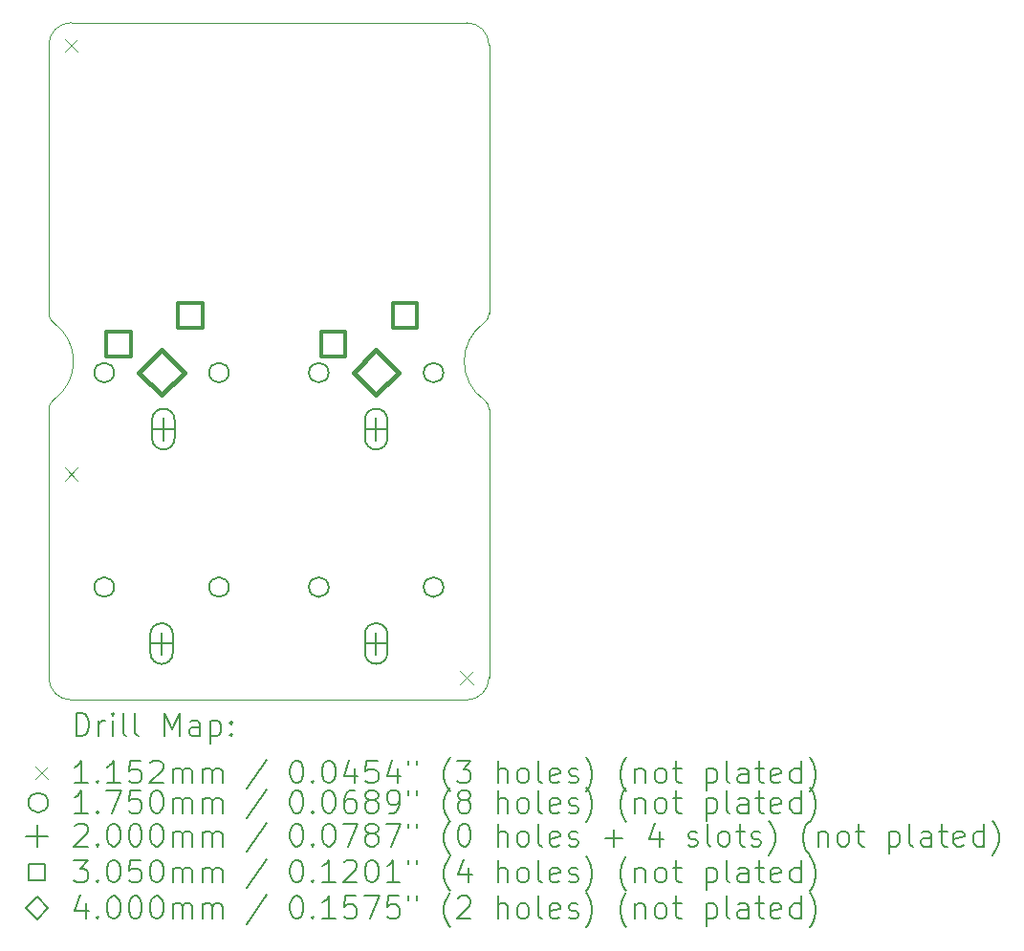
<source format=gbr>
%TF.GenerationSoftware,KiCad,Pcbnew,7.0.1*%
%TF.CreationDate,2023-03-19T03:20:39-04:00*%
%TF.ProjectId,Fluxpad,466c7578-7061-4642-9e6b-696361645f70,rev?*%
%TF.SameCoordinates,Original*%
%TF.FileFunction,Drillmap*%
%TF.FilePolarity,Positive*%
%FSLAX45Y45*%
G04 Gerber Fmt 4.5, Leading zero omitted, Abs format (unit mm)*
G04 Created by KiCad (PCBNEW 7.0.1) date 2023-03-19 03:20:39*
%MOMM*%
%LPD*%
G01*
G04 APERTURE LIST*
%ADD10C,0.100000*%
%ADD11C,0.200000*%
%ADD12C,0.115200*%
%ADD13C,0.175000*%
%ADD14C,0.305000*%
%ADD15C,0.400000*%
G04 APERTURE END LIST*
D10*
X10250000Y-6500000D02*
G75*
G03*
X10050000Y-6700000I0J-200000D01*
G01*
X13950000Y-9924735D02*
G75*
G03*
X13907692Y-9843055I-100002J-1D01*
G01*
X10092308Y-9843055D02*
G75*
G03*
X10092308Y-9156945I-242308J343055D01*
G01*
X10092308Y-9843056D02*
G75*
G03*
X10050000Y-9924735I57694J-81681D01*
G01*
X13907692Y-9156945D02*
G75*
G03*
X13907692Y-9843055I242308J-343055D01*
G01*
X10050000Y-6700000D02*
X10050000Y-9075265D01*
X10250000Y-12500000D02*
X13750000Y-12500000D01*
X13950000Y-6700000D02*
G75*
G03*
X13750000Y-6500000I-200000J0D01*
G01*
X10050000Y-9075265D02*
G75*
G03*
X10092308Y-9156945I100002J1D01*
G01*
X13950000Y-9075265D02*
X13950000Y-6700000D01*
X13750000Y-6500000D02*
X10250000Y-6500000D01*
X13750000Y-12500000D02*
G75*
G03*
X13950000Y-12300000I0J200000D01*
G01*
X10050000Y-9924735D02*
X10050000Y-12300000D01*
X10050000Y-12300000D02*
G75*
G03*
X10250000Y-12500000I200000J0D01*
G01*
X13950000Y-12300000D02*
X13950000Y-9924735D01*
X13907692Y-9156945D02*
G75*
G03*
X13950000Y-9075265I-57710J81689D01*
G01*
D11*
D12*
X10192400Y-6642400D02*
X10307600Y-6757600D01*
X10307600Y-6642400D02*
X10192400Y-6757600D01*
X10192400Y-10442400D02*
X10307600Y-10557600D01*
X10307600Y-10442400D02*
X10192400Y-10557600D01*
X13692400Y-12242400D02*
X13807600Y-12357600D01*
X13807600Y-12242400D02*
X13692400Y-12357600D01*
D13*
X10629500Y-9600000D02*
G75*
G03*
X10629500Y-9600000I-87500J0D01*
G01*
X10629500Y-11500000D02*
G75*
G03*
X10629500Y-11500000I-87500J0D01*
G01*
X11645500Y-9600000D02*
G75*
G03*
X11645500Y-9600000I-87500J0D01*
G01*
X11645500Y-11500000D02*
G75*
G03*
X11645500Y-11500000I-87500J0D01*
G01*
X12529500Y-9600000D02*
G75*
G03*
X12529500Y-9600000I-87500J0D01*
G01*
X12529500Y-11500000D02*
G75*
G03*
X12529500Y-11500000I-87500J0D01*
G01*
X13545500Y-9600000D02*
G75*
G03*
X13545500Y-9600000I-87500J0D01*
G01*
X13545500Y-11500000D02*
G75*
G03*
X13545500Y-11500000I-87500J0D01*
G01*
D11*
X11050000Y-11900000D02*
X11050000Y-12100000D01*
X10950000Y-12000000D02*
X11150000Y-12000000D01*
X10950000Y-11920000D02*
X10950000Y-12080000D01*
X10950000Y-12080000D02*
G75*
G03*
X11150000Y-12080000I100000J0D01*
G01*
X11150000Y-12080000D02*
X11150000Y-11920000D01*
X11150000Y-11920000D02*
G75*
G03*
X10950000Y-11920000I-100000J0D01*
G01*
X11065000Y-10000000D02*
X11065000Y-10200000D01*
X10965000Y-10100000D02*
X11165000Y-10100000D01*
X10965000Y-10020000D02*
X10965000Y-10180000D01*
X10965000Y-10180000D02*
G75*
G03*
X11165000Y-10180000I100000J0D01*
G01*
X11165000Y-10180000D02*
X11165000Y-10020000D01*
X11165000Y-10020000D02*
G75*
G03*
X10965000Y-10020000I-100000J0D01*
G01*
X12950000Y-10000000D02*
X12950000Y-10200000D01*
X12850000Y-10100000D02*
X13050000Y-10100000D01*
X12850000Y-10020000D02*
X12850000Y-10180000D01*
X12850000Y-10180000D02*
G75*
G03*
X13050000Y-10180000I100000J0D01*
G01*
X13050000Y-10180000D02*
X13050000Y-10020000D01*
X13050000Y-10020000D02*
G75*
G03*
X12850000Y-10020000I-100000J0D01*
G01*
X12950000Y-11900000D02*
X12950000Y-12100000D01*
X12850000Y-12000000D02*
X13050000Y-12000000D01*
X12850000Y-11920000D02*
X12850000Y-12080000D01*
X12850000Y-12080000D02*
G75*
G03*
X13050000Y-12080000I100000J0D01*
G01*
X13050000Y-12080000D02*
X13050000Y-11920000D01*
X13050000Y-11920000D02*
G75*
G03*
X12850000Y-11920000I-100000J0D01*
G01*
D14*
X10776835Y-9453835D02*
X10776835Y-9238165D01*
X10561165Y-9238165D01*
X10561165Y-9453835D01*
X10776835Y-9453835D01*
X11411835Y-9199835D02*
X11411835Y-8984165D01*
X11196165Y-8984165D01*
X11196165Y-9199835D01*
X11411835Y-9199835D01*
X12676835Y-9453835D02*
X12676835Y-9238165D01*
X12461165Y-9238165D01*
X12461165Y-9453835D01*
X12676835Y-9453835D01*
X13311835Y-9199835D02*
X13311835Y-8984165D01*
X13096165Y-8984165D01*
X13096165Y-9199835D01*
X13311835Y-9199835D01*
D15*
X11050000Y-9800000D02*
X11250000Y-9600000D01*
X11050000Y-9400000D01*
X10850000Y-9600000D01*
X11050000Y-9800000D01*
X12950000Y-9800000D02*
X13150000Y-9600000D01*
X12950000Y-9400000D01*
X12750000Y-9600000D01*
X12950000Y-9800000D01*
D11*
X10292619Y-12817524D02*
X10292619Y-12617524D01*
X10292619Y-12617524D02*
X10340238Y-12617524D01*
X10340238Y-12617524D02*
X10368810Y-12627048D01*
X10368810Y-12627048D02*
X10387857Y-12646095D01*
X10387857Y-12646095D02*
X10397381Y-12665143D01*
X10397381Y-12665143D02*
X10406905Y-12703238D01*
X10406905Y-12703238D02*
X10406905Y-12731809D01*
X10406905Y-12731809D02*
X10397381Y-12769905D01*
X10397381Y-12769905D02*
X10387857Y-12788952D01*
X10387857Y-12788952D02*
X10368810Y-12808000D01*
X10368810Y-12808000D02*
X10340238Y-12817524D01*
X10340238Y-12817524D02*
X10292619Y-12817524D01*
X10492619Y-12817524D02*
X10492619Y-12684190D01*
X10492619Y-12722286D02*
X10502143Y-12703238D01*
X10502143Y-12703238D02*
X10511667Y-12693714D01*
X10511667Y-12693714D02*
X10530714Y-12684190D01*
X10530714Y-12684190D02*
X10549762Y-12684190D01*
X10616429Y-12817524D02*
X10616429Y-12684190D01*
X10616429Y-12617524D02*
X10606905Y-12627048D01*
X10606905Y-12627048D02*
X10616429Y-12636571D01*
X10616429Y-12636571D02*
X10625952Y-12627048D01*
X10625952Y-12627048D02*
X10616429Y-12617524D01*
X10616429Y-12617524D02*
X10616429Y-12636571D01*
X10740238Y-12817524D02*
X10721190Y-12808000D01*
X10721190Y-12808000D02*
X10711667Y-12788952D01*
X10711667Y-12788952D02*
X10711667Y-12617524D01*
X10845000Y-12817524D02*
X10825952Y-12808000D01*
X10825952Y-12808000D02*
X10816429Y-12788952D01*
X10816429Y-12788952D02*
X10816429Y-12617524D01*
X11073571Y-12817524D02*
X11073571Y-12617524D01*
X11073571Y-12617524D02*
X11140238Y-12760381D01*
X11140238Y-12760381D02*
X11206905Y-12617524D01*
X11206905Y-12617524D02*
X11206905Y-12817524D01*
X11387857Y-12817524D02*
X11387857Y-12712762D01*
X11387857Y-12712762D02*
X11378333Y-12693714D01*
X11378333Y-12693714D02*
X11359286Y-12684190D01*
X11359286Y-12684190D02*
X11321190Y-12684190D01*
X11321190Y-12684190D02*
X11302143Y-12693714D01*
X11387857Y-12808000D02*
X11368809Y-12817524D01*
X11368809Y-12817524D02*
X11321190Y-12817524D01*
X11321190Y-12817524D02*
X11302143Y-12808000D01*
X11302143Y-12808000D02*
X11292619Y-12788952D01*
X11292619Y-12788952D02*
X11292619Y-12769905D01*
X11292619Y-12769905D02*
X11302143Y-12750857D01*
X11302143Y-12750857D02*
X11321190Y-12741333D01*
X11321190Y-12741333D02*
X11368809Y-12741333D01*
X11368809Y-12741333D02*
X11387857Y-12731809D01*
X11483095Y-12684190D02*
X11483095Y-12884190D01*
X11483095Y-12693714D02*
X11502143Y-12684190D01*
X11502143Y-12684190D02*
X11540238Y-12684190D01*
X11540238Y-12684190D02*
X11559286Y-12693714D01*
X11559286Y-12693714D02*
X11568809Y-12703238D01*
X11568809Y-12703238D02*
X11578333Y-12722286D01*
X11578333Y-12722286D02*
X11578333Y-12779428D01*
X11578333Y-12779428D02*
X11568809Y-12798476D01*
X11568809Y-12798476D02*
X11559286Y-12808000D01*
X11559286Y-12808000D02*
X11540238Y-12817524D01*
X11540238Y-12817524D02*
X11502143Y-12817524D01*
X11502143Y-12817524D02*
X11483095Y-12808000D01*
X11664048Y-12798476D02*
X11673571Y-12808000D01*
X11673571Y-12808000D02*
X11664048Y-12817524D01*
X11664048Y-12817524D02*
X11654524Y-12808000D01*
X11654524Y-12808000D02*
X11664048Y-12798476D01*
X11664048Y-12798476D02*
X11664048Y-12817524D01*
X11664048Y-12693714D02*
X11673571Y-12703238D01*
X11673571Y-12703238D02*
X11664048Y-12712762D01*
X11664048Y-12712762D02*
X11654524Y-12703238D01*
X11654524Y-12703238D02*
X11664048Y-12693714D01*
X11664048Y-12693714D02*
X11664048Y-12712762D01*
D12*
X9929800Y-13087400D02*
X10045000Y-13202600D01*
X10045000Y-13087400D02*
X9929800Y-13202600D01*
D11*
X10397381Y-13237524D02*
X10283095Y-13237524D01*
X10340238Y-13237524D02*
X10340238Y-13037524D01*
X10340238Y-13037524D02*
X10321190Y-13066095D01*
X10321190Y-13066095D02*
X10302143Y-13085143D01*
X10302143Y-13085143D02*
X10283095Y-13094667D01*
X10483095Y-13218476D02*
X10492619Y-13228000D01*
X10492619Y-13228000D02*
X10483095Y-13237524D01*
X10483095Y-13237524D02*
X10473571Y-13228000D01*
X10473571Y-13228000D02*
X10483095Y-13218476D01*
X10483095Y-13218476D02*
X10483095Y-13237524D01*
X10683095Y-13237524D02*
X10568810Y-13237524D01*
X10625952Y-13237524D02*
X10625952Y-13037524D01*
X10625952Y-13037524D02*
X10606905Y-13066095D01*
X10606905Y-13066095D02*
X10587857Y-13085143D01*
X10587857Y-13085143D02*
X10568810Y-13094667D01*
X10864048Y-13037524D02*
X10768810Y-13037524D01*
X10768810Y-13037524D02*
X10759286Y-13132762D01*
X10759286Y-13132762D02*
X10768810Y-13123238D01*
X10768810Y-13123238D02*
X10787857Y-13113714D01*
X10787857Y-13113714D02*
X10835476Y-13113714D01*
X10835476Y-13113714D02*
X10854524Y-13123238D01*
X10854524Y-13123238D02*
X10864048Y-13132762D01*
X10864048Y-13132762D02*
X10873571Y-13151809D01*
X10873571Y-13151809D02*
X10873571Y-13199428D01*
X10873571Y-13199428D02*
X10864048Y-13218476D01*
X10864048Y-13218476D02*
X10854524Y-13228000D01*
X10854524Y-13228000D02*
X10835476Y-13237524D01*
X10835476Y-13237524D02*
X10787857Y-13237524D01*
X10787857Y-13237524D02*
X10768810Y-13228000D01*
X10768810Y-13228000D02*
X10759286Y-13218476D01*
X10949762Y-13056571D02*
X10959286Y-13047048D01*
X10959286Y-13047048D02*
X10978333Y-13037524D01*
X10978333Y-13037524D02*
X11025952Y-13037524D01*
X11025952Y-13037524D02*
X11045000Y-13047048D01*
X11045000Y-13047048D02*
X11054524Y-13056571D01*
X11054524Y-13056571D02*
X11064048Y-13075619D01*
X11064048Y-13075619D02*
X11064048Y-13094667D01*
X11064048Y-13094667D02*
X11054524Y-13123238D01*
X11054524Y-13123238D02*
X10940238Y-13237524D01*
X10940238Y-13237524D02*
X11064048Y-13237524D01*
X11149762Y-13237524D02*
X11149762Y-13104190D01*
X11149762Y-13123238D02*
X11159286Y-13113714D01*
X11159286Y-13113714D02*
X11178333Y-13104190D01*
X11178333Y-13104190D02*
X11206905Y-13104190D01*
X11206905Y-13104190D02*
X11225952Y-13113714D01*
X11225952Y-13113714D02*
X11235476Y-13132762D01*
X11235476Y-13132762D02*
X11235476Y-13237524D01*
X11235476Y-13132762D02*
X11245000Y-13113714D01*
X11245000Y-13113714D02*
X11264048Y-13104190D01*
X11264048Y-13104190D02*
X11292619Y-13104190D01*
X11292619Y-13104190D02*
X11311667Y-13113714D01*
X11311667Y-13113714D02*
X11321190Y-13132762D01*
X11321190Y-13132762D02*
X11321190Y-13237524D01*
X11416429Y-13237524D02*
X11416429Y-13104190D01*
X11416429Y-13123238D02*
X11425952Y-13113714D01*
X11425952Y-13113714D02*
X11445000Y-13104190D01*
X11445000Y-13104190D02*
X11473571Y-13104190D01*
X11473571Y-13104190D02*
X11492619Y-13113714D01*
X11492619Y-13113714D02*
X11502143Y-13132762D01*
X11502143Y-13132762D02*
X11502143Y-13237524D01*
X11502143Y-13132762D02*
X11511667Y-13113714D01*
X11511667Y-13113714D02*
X11530714Y-13104190D01*
X11530714Y-13104190D02*
X11559286Y-13104190D01*
X11559286Y-13104190D02*
X11578333Y-13113714D01*
X11578333Y-13113714D02*
X11587857Y-13132762D01*
X11587857Y-13132762D02*
X11587857Y-13237524D01*
X11978333Y-13028000D02*
X11806905Y-13285143D01*
X12235476Y-13037524D02*
X12254524Y-13037524D01*
X12254524Y-13037524D02*
X12273572Y-13047048D01*
X12273572Y-13047048D02*
X12283095Y-13056571D01*
X12283095Y-13056571D02*
X12292619Y-13075619D01*
X12292619Y-13075619D02*
X12302143Y-13113714D01*
X12302143Y-13113714D02*
X12302143Y-13161333D01*
X12302143Y-13161333D02*
X12292619Y-13199428D01*
X12292619Y-13199428D02*
X12283095Y-13218476D01*
X12283095Y-13218476D02*
X12273572Y-13228000D01*
X12273572Y-13228000D02*
X12254524Y-13237524D01*
X12254524Y-13237524D02*
X12235476Y-13237524D01*
X12235476Y-13237524D02*
X12216429Y-13228000D01*
X12216429Y-13228000D02*
X12206905Y-13218476D01*
X12206905Y-13218476D02*
X12197381Y-13199428D01*
X12197381Y-13199428D02*
X12187857Y-13161333D01*
X12187857Y-13161333D02*
X12187857Y-13113714D01*
X12187857Y-13113714D02*
X12197381Y-13075619D01*
X12197381Y-13075619D02*
X12206905Y-13056571D01*
X12206905Y-13056571D02*
X12216429Y-13047048D01*
X12216429Y-13047048D02*
X12235476Y-13037524D01*
X12387857Y-13218476D02*
X12397381Y-13228000D01*
X12397381Y-13228000D02*
X12387857Y-13237524D01*
X12387857Y-13237524D02*
X12378333Y-13228000D01*
X12378333Y-13228000D02*
X12387857Y-13218476D01*
X12387857Y-13218476D02*
X12387857Y-13237524D01*
X12521191Y-13037524D02*
X12540238Y-13037524D01*
X12540238Y-13037524D02*
X12559286Y-13047048D01*
X12559286Y-13047048D02*
X12568810Y-13056571D01*
X12568810Y-13056571D02*
X12578333Y-13075619D01*
X12578333Y-13075619D02*
X12587857Y-13113714D01*
X12587857Y-13113714D02*
X12587857Y-13161333D01*
X12587857Y-13161333D02*
X12578333Y-13199428D01*
X12578333Y-13199428D02*
X12568810Y-13218476D01*
X12568810Y-13218476D02*
X12559286Y-13228000D01*
X12559286Y-13228000D02*
X12540238Y-13237524D01*
X12540238Y-13237524D02*
X12521191Y-13237524D01*
X12521191Y-13237524D02*
X12502143Y-13228000D01*
X12502143Y-13228000D02*
X12492619Y-13218476D01*
X12492619Y-13218476D02*
X12483095Y-13199428D01*
X12483095Y-13199428D02*
X12473572Y-13161333D01*
X12473572Y-13161333D02*
X12473572Y-13113714D01*
X12473572Y-13113714D02*
X12483095Y-13075619D01*
X12483095Y-13075619D02*
X12492619Y-13056571D01*
X12492619Y-13056571D02*
X12502143Y-13047048D01*
X12502143Y-13047048D02*
X12521191Y-13037524D01*
X12759286Y-13104190D02*
X12759286Y-13237524D01*
X12711667Y-13028000D02*
X12664048Y-13170857D01*
X12664048Y-13170857D02*
X12787857Y-13170857D01*
X12959286Y-13037524D02*
X12864048Y-13037524D01*
X12864048Y-13037524D02*
X12854524Y-13132762D01*
X12854524Y-13132762D02*
X12864048Y-13123238D01*
X12864048Y-13123238D02*
X12883095Y-13113714D01*
X12883095Y-13113714D02*
X12930714Y-13113714D01*
X12930714Y-13113714D02*
X12949762Y-13123238D01*
X12949762Y-13123238D02*
X12959286Y-13132762D01*
X12959286Y-13132762D02*
X12968810Y-13151809D01*
X12968810Y-13151809D02*
X12968810Y-13199428D01*
X12968810Y-13199428D02*
X12959286Y-13218476D01*
X12959286Y-13218476D02*
X12949762Y-13228000D01*
X12949762Y-13228000D02*
X12930714Y-13237524D01*
X12930714Y-13237524D02*
X12883095Y-13237524D01*
X12883095Y-13237524D02*
X12864048Y-13228000D01*
X12864048Y-13228000D02*
X12854524Y-13218476D01*
X13140238Y-13104190D02*
X13140238Y-13237524D01*
X13092619Y-13028000D02*
X13045000Y-13170857D01*
X13045000Y-13170857D02*
X13168810Y-13170857D01*
X13235476Y-13037524D02*
X13235476Y-13075619D01*
X13311667Y-13037524D02*
X13311667Y-13075619D01*
X13606905Y-13313714D02*
X13597381Y-13304190D01*
X13597381Y-13304190D02*
X13578334Y-13275619D01*
X13578334Y-13275619D02*
X13568810Y-13256571D01*
X13568810Y-13256571D02*
X13559286Y-13228000D01*
X13559286Y-13228000D02*
X13549762Y-13180381D01*
X13549762Y-13180381D02*
X13549762Y-13142286D01*
X13549762Y-13142286D02*
X13559286Y-13094667D01*
X13559286Y-13094667D02*
X13568810Y-13066095D01*
X13568810Y-13066095D02*
X13578334Y-13047048D01*
X13578334Y-13047048D02*
X13597381Y-13018476D01*
X13597381Y-13018476D02*
X13606905Y-13008952D01*
X13664048Y-13037524D02*
X13787857Y-13037524D01*
X13787857Y-13037524D02*
X13721191Y-13113714D01*
X13721191Y-13113714D02*
X13749762Y-13113714D01*
X13749762Y-13113714D02*
X13768810Y-13123238D01*
X13768810Y-13123238D02*
X13778334Y-13132762D01*
X13778334Y-13132762D02*
X13787857Y-13151809D01*
X13787857Y-13151809D02*
X13787857Y-13199428D01*
X13787857Y-13199428D02*
X13778334Y-13218476D01*
X13778334Y-13218476D02*
X13768810Y-13228000D01*
X13768810Y-13228000D02*
X13749762Y-13237524D01*
X13749762Y-13237524D02*
X13692619Y-13237524D01*
X13692619Y-13237524D02*
X13673572Y-13228000D01*
X13673572Y-13228000D02*
X13664048Y-13218476D01*
X14025953Y-13237524D02*
X14025953Y-13037524D01*
X14111667Y-13237524D02*
X14111667Y-13132762D01*
X14111667Y-13132762D02*
X14102143Y-13113714D01*
X14102143Y-13113714D02*
X14083096Y-13104190D01*
X14083096Y-13104190D02*
X14054524Y-13104190D01*
X14054524Y-13104190D02*
X14035476Y-13113714D01*
X14035476Y-13113714D02*
X14025953Y-13123238D01*
X14235476Y-13237524D02*
X14216429Y-13228000D01*
X14216429Y-13228000D02*
X14206905Y-13218476D01*
X14206905Y-13218476D02*
X14197381Y-13199428D01*
X14197381Y-13199428D02*
X14197381Y-13142286D01*
X14197381Y-13142286D02*
X14206905Y-13123238D01*
X14206905Y-13123238D02*
X14216429Y-13113714D01*
X14216429Y-13113714D02*
X14235476Y-13104190D01*
X14235476Y-13104190D02*
X14264048Y-13104190D01*
X14264048Y-13104190D02*
X14283096Y-13113714D01*
X14283096Y-13113714D02*
X14292619Y-13123238D01*
X14292619Y-13123238D02*
X14302143Y-13142286D01*
X14302143Y-13142286D02*
X14302143Y-13199428D01*
X14302143Y-13199428D02*
X14292619Y-13218476D01*
X14292619Y-13218476D02*
X14283096Y-13228000D01*
X14283096Y-13228000D02*
X14264048Y-13237524D01*
X14264048Y-13237524D02*
X14235476Y-13237524D01*
X14416429Y-13237524D02*
X14397381Y-13228000D01*
X14397381Y-13228000D02*
X14387857Y-13208952D01*
X14387857Y-13208952D02*
X14387857Y-13037524D01*
X14568810Y-13228000D02*
X14549762Y-13237524D01*
X14549762Y-13237524D02*
X14511667Y-13237524D01*
X14511667Y-13237524D02*
X14492619Y-13228000D01*
X14492619Y-13228000D02*
X14483096Y-13208952D01*
X14483096Y-13208952D02*
X14483096Y-13132762D01*
X14483096Y-13132762D02*
X14492619Y-13113714D01*
X14492619Y-13113714D02*
X14511667Y-13104190D01*
X14511667Y-13104190D02*
X14549762Y-13104190D01*
X14549762Y-13104190D02*
X14568810Y-13113714D01*
X14568810Y-13113714D02*
X14578334Y-13132762D01*
X14578334Y-13132762D02*
X14578334Y-13151809D01*
X14578334Y-13151809D02*
X14483096Y-13170857D01*
X14654524Y-13228000D02*
X14673572Y-13237524D01*
X14673572Y-13237524D02*
X14711667Y-13237524D01*
X14711667Y-13237524D02*
X14730715Y-13228000D01*
X14730715Y-13228000D02*
X14740238Y-13208952D01*
X14740238Y-13208952D02*
X14740238Y-13199428D01*
X14740238Y-13199428D02*
X14730715Y-13180381D01*
X14730715Y-13180381D02*
X14711667Y-13170857D01*
X14711667Y-13170857D02*
X14683096Y-13170857D01*
X14683096Y-13170857D02*
X14664048Y-13161333D01*
X14664048Y-13161333D02*
X14654524Y-13142286D01*
X14654524Y-13142286D02*
X14654524Y-13132762D01*
X14654524Y-13132762D02*
X14664048Y-13113714D01*
X14664048Y-13113714D02*
X14683096Y-13104190D01*
X14683096Y-13104190D02*
X14711667Y-13104190D01*
X14711667Y-13104190D02*
X14730715Y-13113714D01*
X14806905Y-13313714D02*
X14816429Y-13304190D01*
X14816429Y-13304190D02*
X14835477Y-13275619D01*
X14835477Y-13275619D02*
X14845000Y-13256571D01*
X14845000Y-13256571D02*
X14854524Y-13228000D01*
X14854524Y-13228000D02*
X14864048Y-13180381D01*
X14864048Y-13180381D02*
X14864048Y-13142286D01*
X14864048Y-13142286D02*
X14854524Y-13094667D01*
X14854524Y-13094667D02*
X14845000Y-13066095D01*
X14845000Y-13066095D02*
X14835477Y-13047048D01*
X14835477Y-13047048D02*
X14816429Y-13018476D01*
X14816429Y-13018476D02*
X14806905Y-13008952D01*
X15168810Y-13313714D02*
X15159286Y-13304190D01*
X15159286Y-13304190D02*
X15140238Y-13275619D01*
X15140238Y-13275619D02*
X15130715Y-13256571D01*
X15130715Y-13256571D02*
X15121191Y-13228000D01*
X15121191Y-13228000D02*
X15111667Y-13180381D01*
X15111667Y-13180381D02*
X15111667Y-13142286D01*
X15111667Y-13142286D02*
X15121191Y-13094667D01*
X15121191Y-13094667D02*
X15130715Y-13066095D01*
X15130715Y-13066095D02*
X15140238Y-13047048D01*
X15140238Y-13047048D02*
X15159286Y-13018476D01*
X15159286Y-13018476D02*
X15168810Y-13008952D01*
X15245000Y-13104190D02*
X15245000Y-13237524D01*
X15245000Y-13123238D02*
X15254524Y-13113714D01*
X15254524Y-13113714D02*
X15273572Y-13104190D01*
X15273572Y-13104190D02*
X15302143Y-13104190D01*
X15302143Y-13104190D02*
X15321191Y-13113714D01*
X15321191Y-13113714D02*
X15330715Y-13132762D01*
X15330715Y-13132762D02*
X15330715Y-13237524D01*
X15454524Y-13237524D02*
X15435477Y-13228000D01*
X15435477Y-13228000D02*
X15425953Y-13218476D01*
X15425953Y-13218476D02*
X15416429Y-13199428D01*
X15416429Y-13199428D02*
X15416429Y-13142286D01*
X15416429Y-13142286D02*
X15425953Y-13123238D01*
X15425953Y-13123238D02*
X15435477Y-13113714D01*
X15435477Y-13113714D02*
X15454524Y-13104190D01*
X15454524Y-13104190D02*
X15483096Y-13104190D01*
X15483096Y-13104190D02*
X15502143Y-13113714D01*
X15502143Y-13113714D02*
X15511667Y-13123238D01*
X15511667Y-13123238D02*
X15521191Y-13142286D01*
X15521191Y-13142286D02*
X15521191Y-13199428D01*
X15521191Y-13199428D02*
X15511667Y-13218476D01*
X15511667Y-13218476D02*
X15502143Y-13228000D01*
X15502143Y-13228000D02*
X15483096Y-13237524D01*
X15483096Y-13237524D02*
X15454524Y-13237524D01*
X15578334Y-13104190D02*
X15654524Y-13104190D01*
X15606905Y-13037524D02*
X15606905Y-13208952D01*
X15606905Y-13208952D02*
X15616429Y-13228000D01*
X15616429Y-13228000D02*
X15635477Y-13237524D01*
X15635477Y-13237524D02*
X15654524Y-13237524D01*
X15873572Y-13104190D02*
X15873572Y-13304190D01*
X15873572Y-13113714D02*
X15892619Y-13104190D01*
X15892619Y-13104190D02*
X15930715Y-13104190D01*
X15930715Y-13104190D02*
X15949762Y-13113714D01*
X15949762Y-13113714D02*
X15959286Y-13123238D01*
X15959286Y-13123238D02*
X15968810Y-13142286D01*
X15968810Y-13142286D02*
X15968810Y-13199428D01*
X15968810Y-13199428D02*
X15959286Y-13218476D01*
X15959286Y-13218476D02*
X15949762Y-13228000D01*
X15949762Y-13228000D02*
X15930715Y-13237524D01*
X15930715Y-13237524D02*
X15892619Y-13237524D01*
X15892619Y-13237524D02*
X15873572Y-13228000D01*
X16083096Y-13237524D02*
X16064048Y-13228000D01*
X16064048Y-13228000D02*
X16054524Y-13208952D01*
X16054524Y-13208952D02*
X16054524Y-13037524D01*
X16245000Y-13237524D02*
X16245000Y-13132762D01*
X16245000Y-13132762D02*
X16235477Y-13113714D01*
X16235477Y-13113714D02*
X16216429Y-13104190D01*
X16216429Y-13104190D02*
X16178334Y-13104190D01*
X16178334Y-13104190D02*
X16159286Y-13113714D01*
X16245000Y-13228000D02*
X16225953Y-13237524D01*
X16225953Y-13237524D02*
X16178334Y-13237524D01*
X16178334Y-13237524D02*
X16159286Y-13228000D01*
X16159286Y-13228000D02*
X16149762Y-13208952D01*
X16149762Y-13208952D02*
X16149762Y-13189905D01*
X16149762Y-13189905D02*
X16159286Y-13170857D01*
X16159286Y-13170857D02*
X16178334Y-13161333D01*
X16178334Y-13161333D02*
X16225953Y-13161333D01*
X16225953Y-13161333D02*
X16245000Y-13151809D01*
X16311667Y-13104190D02*
X16387858Y-13104190D01*
X16340239Y-13037524D02*
X16340239Y-13208952D01*
X16340239Y-13208952D02*
X16349762Y-13228000D01*
X16349762Y-13228000D02*
X16368810Y-13237524D01*
X16368810Y-13237524D02*
X16387858Y-13237524D01*
X16530715Y-13228000D02*
X16511667Y-13237524D01*
X16511667Y-13237524D02*
X16473572Y-13237524D01*
X16473572Y-13237524D02*
X16454524Y-13228000D01*
X16454524Y-13228000D02*
X16445000Y-13208952D01*
X16445000Y-13208952D02*
X16445000Y-13132762D01*
X16445000Y-13132762D02*
X16454524Y-13113714D01*
X16454524Y-13113714D02*
X16473572Y-13104190D01*
X16473572Y-13104190D02*
X16511667Y-13104190D01*
X16511667Y-13104190D02*
X16530715Y-13113714D01*
X16530715Y-13113714D02*
X16540239Y-13132762D01*
X16540239Y-13132762D02*
X16540239Y-13151809D01*
X16540239Y-13151809D02*
X16445000Y-13170857D01*
X16711667Y-13237524D02*
X16711667Y-13037524D01*
X16711667Y-13228000D02*
X16692620Y-13237524D01*
X16692620Y-13237524D02*
X16654524Y-13237524D01*
X16654524Y-13237524D02*
X16635477Y-13228000D01*
X16635477Y-13228000D02*
X16625953Y-13218476D01*
X16625953Y-13218476D02*
X16616429Y-13199428D01*
X16616429Y-13199428D02*
X16616429Y-13142286D01*
X16616429Y-13142286D02*
X16625953Y-13123238D01*
X16625953Y-13123238D02*
X16635477Y-13113714D01*
X16635477Y-13113714D02*
X16654524Y-13104190D01*
X16654524Y-13104190D02*
X16692620Y-13104190D01*
X16692620Y-13104190D02*
X16711667Y-13113714D01*
X16787858Y-13313714D02*
X16797382Y-13304190D01*
X16797382Y-13304190D02*
X16816429Y-13275619D01*
X16816429Y-13275619D02*
X16825953Y-13256571D01*
X16825953Y-13256571D02*
X16835477Y-13228000D01*
X16835477Y-13228000D02*
X16845001Y-13180381D01*
X16845001Y-13180381D02*
X16845001Y-13142286D01*
X16845001Y-13142286D02*
X16835477Y-13094667D01*
X16835477Y-13094667D02*
X16825953Y-13066095D01*
X16825953Y-13066095D02*
X16816429Y-13047048D01*
X16816429Y-13047048D02*
X16797382Y-13018476D01*
X16797382Y-13018476D02*
X16787858Y-13008952D01*
D13*
X10045000Y-13409000D02*
G75*
G03*
X10045000Y-13409000I-87500J0D01*
G01*
D11*
X10397381Y-13501524D02*
X10283095Y-13501524D01*
X10340238Y-13501524D02*
X10340238Y-13301524D01*
X10340238Y-13301524D02*
X10321190Y-13330095D01*
X10321190Y-13330095D02*
X10302143Y-13349143D01*
X10302143Y-13349143D02*
X10283095Y-13358667D01*
X10483095Y-13482476D02*
X10492619Y-13492000D01*
X10492619Y-13492000D02*
X10483095Y-13501524D01*
X10483095Y-13501524D02*
X10473571Y-13492000D01*
X10473571Y-13492000D02*
X10483095Y-13482476D01*
X10483095Y-13482476D02*
X10483095Y-13501524D01*
X10559286Y-13301524D02*
X10692619Y-13301524D01*
X10692619Y-13301524D02*
X10606905Y-13501524D01*
X10864048Y-13301524D02*
X10768810Y-13301524D01*
X10768810Y-13301524D02*
X10759286Y-13396762D01*
X10759286Y-13396762D02*
X10768810Y-13387238D01*
X10768810Y-13387238D02*
X10787857Y-13377714D01*
X10787857Y-13377714D02*
X10835476Y-13377714D01*
X10835476Y-13377714D02*
X10854524Y-13387238D01*
X10854524Y-13387238D02*
X10864048Y-13396762D01*
X10864048Y-13396762D02*
X10873571Y-13415809D01*
X10873571Y-13415809D02*
X10873571Y-13463428D01*
X10873571Y-13463428D02*
X10864048Y-13482476D01*
X10864048Y-13482476D02*
X10854524Y-13492000D01*
X10854524Y-13492000D02*
X10835476Y-13501524D01*
X10835476Y-13501524D02*
X10787857Y-13501524D01*
X10787857Y-13501524D02*
X10768810Y-13492000D01*
X10768810Y-13492000D02*
X10759286Y-13482476D01*
X10997381Y-13301524D02*
X11016429Y-13301524D01*
X11016429Y-13301524D02*
X11035476Y-13311048D01*
X11035476Y-13311048D02*
X11045000Y-13320571D01*
X11045000Y-13320571D02*
X11054524Y-13339619D01*
X11054524Y-13339619D02*
X11064048Y-13377714D01*
X11064048Y-13377714D02*
X11064048Y-13425333D01*
X11064048Y-13425333D02*
X11054524Y-13463428D01*
X11054524Y-13463428D02*
X11045000Y-13482476D01*
X11045000Y-13482476D02*
X11035476Y-13492000D01*
X11035476Y-13492000D02*
X11016429Y-13501524D01*
X11016429Y-13501524D02*
X10997381Y-13501524D01*
X10997381Y-13501524D02*
X10978333Y-13492000D01*
X10978333Y-13492000D02*
X10968810Y-13482476D01*
X10968810Y-13482476D02*
X10959286Y-13463428D01*
X10959286Y-13463428D02*
X10949762Y-13425333D01*
X10949762Y-13425333D02*
X10949762Y-13377714D01*
X10949762Y-13377714D02*
X10959286Y-13339619D01*
X10959286Y-13339619D02*
X10968810Y-13320571D01*
X10968810Y-13320571D02*
X10978333Y-13311048D01*
X10978333Y-13311048D02*
X10997381Y-13301524D01*
X11149762Y-13501524D02*
X11149762Y-13368190D01*
X11149762Y-13387238D02*
X11159286Y-13377714D01*
X11159286Y-13377714D02*
X11178333Y-13368190D01*
X11178333Y-13368190D02*
X11206905Y-13368190D01*
X11206905Y-13368190D02*
X11225952Y-13377714D01*
X11225952Y-13377714D02*
X11235476Y-13396762D01*
X11235476Y-13396762D02*
X11235476Y-13501524D01*
X11235476Y-13396762D02*
X11245000Y-13377714D01*
X11245000Y-13377714D02*
X11264048Y-13368190D01*
X11264048Y-13368190D02*
X11292619Y-13368190D01*
X11292619Y-13368190D02*
X11311667Y-13377714D01*
X11311667Y-13377714D02*
X11321190Y-13396762D01*
X11321190Y-13396762D02*
X11321190Y-13501524D01*
X11416429Y-13501524D02*
X11416429Y-13368190D01*
X11416429Y-13387238D02*
X11425952Y-13377714D01*
X11425952Y-13377714D02*
X11445000Y-13368190D01*
X11445000Y-13368190D02*
X11473571Y-13368190D01*
X11473571Y-13368190D02*
X11492619Y-13377714D01*
X11492619Y-13377714D02*
X11502143Y-13396762D01*
X11502143Y-13396762D02*
X11502143Y-13501524D01*
X11502143Y-13396762D02*
X11511667Y-13377714D01*
X11511667Y-13377714D02*
X11530714Y-13368190D01*
X11530714Y-13368190D02*
X11559286Y-13368190D01*
X11559286Y-13368190D02*
X11578333Y-13377714D01*
X11578333Y-13377714D02*
X11587857Y-13396762D01*
X11587857Y-13396762D02*
X11587857Y-13501524D01*
X11978333Y-13292000D02*
X11806905Y-13549143D01*
X12235476Y-13301524D02*
X12254524Y-13301524D01*
X12254524Y-13301524D02*
X12273572Y-13311048D01*
X12273572Y-13311048D02*
X12283095Y-13320571D01*
X12283095Y-13320571D02*
X12292619Y-13339619D01*
X12292619Y-13339619D02*
X12302143Y-13377714D01*
X12302143Y-13377714D02*
X12302143Y-13425333D01*
X12302143Y-13425333D02*
X12292619Y-13463428D01*
X12292619Y-13463428D02*
X12283095Y-13482476D01*
X12283095Y-13482476D02*
X12273572Y-13492000D01*
X12273572Y-13492000D02*
X12254524Y-13501524D01*
X12254524Y-13501524D02*
X12235476Y-13501524D01*
X12235476Y-13501524D02*
X12216429Y-13492000D01*
X12216429Y-13492000D02*
X12206905Y-13482476D01*
X12206905Y-13482476D02*
X12197381Y-13463428D01*
X12197381Y-13463428D02*
X12187857Y-13425333D01*
X12187857Y-13425333D02*
X12187857Y-13377714D01*
X12187857Y-13377714D02*
X12197381Y-13339619D01*
X12197381Y-13339619D02*
X12206905Y-13320571D01*
X12206905Y-13320571D02*
X12216429Y-13311048D01*
X12216429Y-13311048D02*
X12235476Y-13301524D01*
X12387857Y-13482476D02*
X12397381Y-13492000D01*
X12397381Y-13492000D02*
X12387857Y-13501524D01*
X12387857Y-13501524D02*
X12378333Y-13492000D01*
X12378333Y-13492000D02*
X12387857Y-13482476D01*
X12387857Y-13482476D02*
X12387857Y-13501524D01*
X12521191Y-13301524D02*
X12540238Y-13301524D01*
X12540238Y-13301524D02*
X12559286Y-13311048D01*
X12559286Y-13311048D02*
X12568810Y-13320571D01*
X12568810Y-13320571D02*
X12578333Y-13339619D01*
X12578333Y-13339619D02*
X12587857Y-13377714D01*
X12587857Y-13377714D02*
X12587857Y-13425333D01*
X12587857Y-13425333D02*
X12578333Y-13463428D01*
X12578333Y-13463428D02*
X12568810Y-13482476D01*
X12568810Y-13482476D02*
X12559286Y-13492000D01*
X12559286Y-13492000D02*
X12540238Y-13501524D01*
X12540238Y-13501524D02*
X12521191Y-13501524D01*
X12521191Y-13501524D02*
X12502143Y-13492000D01*
X12502143Y-13492000D02*
X12492619Y-13482476D01*
X12492619Y-13482476D02*
X12483095Y-13463428D01*
X12483095Y-13463428D02*
X12473572Y-13425333D01*
X12473572Y-13425333D02*
X12473572Y-13377714D01*
X12473572Y-13377714D02*
X12483095Y-13339619D01*
X12483095Y-13339619D02*
X12492619Y-13320571D01*
X12492619Y-13320571D02*
X12502143Y-13311048D01*
X12502143Y-13311048D02*
X12521191Y-13301524D01*
X12759286Y-13301524D02*
X12721191Y-13301524D01*
X12721191Y-13301524D02*
X12702143Y-13311048D01*
X12702143Y-13311048D02*
X12692619Y-13320571D01*
X12692619Y-13320571D02*
X12673572Y-13349143D01*
X12673572Y-13349143D02*
X12664048Y-13387238D01*
X12664048Y-13387238D02*
X12664048Y-13463428D01*
X12664048Y-13463428D02*
X12673572Y-13482476D01*
X12673572Y-13482476D02*
X12683095Y-13492000D01*
X12683095Y-13492000D02*
X12702143Y-13501524D01*
X12702143Y-13501524D02*
X12740238Y-13501524D01*
X12740238Y-13501524D02*
X12759286Y-13492000D01*
X12759286Y-13492000D02*
X12768810Y-13482476D01*
X12768810Y-13482476D02*
X12778333Y-13463428D01*
X12778333Y-13463428D02*
X12778333Y-13415809D01*
X12778333Y-13415809D02*
X12768810Y-13396762D01*
X12768810Y-13396762D02*
X12759286Y-13387238D01*
X12759286Y-13387238D02*
X12740238Y-13377714D01*
X12740238Y-13377714D02*
X12702143Y-13377714D01*
X12702143Y-13377714D02*
X12683095Y-13387238D01*
X12683095Y-13387238D02*
X12673572Y-13396762D01*
X12673572Y-13396762D02*
X12664048Y-13415809D01*
X12892619Y-13387238D02*
X12873572Y-13377714D01*
X12873572Y-13377714D02*
X12864048Y-13368190D01*
X12864048Y-13368190D02*
X12854524Y-13349143D01*
X12854524Y-13349143D02*
X12854524Y-13339619D01*
X12854524Y-13339619D02*
X12864048Y-13320571D01*
X12864048Y-13320571D02*
X12873572Y-13311048D01*
X12873572Y-13311048D02*
X12892619Y-13301524D01*
X12892619Y-13301524D02*
X12930714Y-13301524D01*
X12930714Y-13301524D02*
X12949762Y-13311048D01*
X12949762Y-13311048D02*
X12959286Y-13320571D01*
X12959286Y-13320571D02*
X12968810Y-13339619D01*
X12968810Y-13339619D02*
X12968810Y-13349143D01*
X12968810Y-13349143D02*
X12959286Y-13368190D01*
X12959286Y-13368190D02*
X12949762Y-13377714D01*
X12949762Y-13377714D02*
X12930714Y-13387238D01*
X12930714Y-13387238D02*
X12892619Y-13387238D01*
X12892619Y-13387238D02*
X12873572Y-13396762D01*
X12873572Y-13396762D02*
X12864048Y-13406286D01*
X12864048Y-13406286D02*
X12854524Y-13425333D01*
X12854524Y-13425333D02*
X12854524Y-13463428D01*
X12854524Y-13463428D02*
X12864048Y-13482476D01*
X12864048Y-13482476D02*
X12873572Y-13492000D01*
X12873572Y-13492000D02*
X12892619Y-13501524D01*
X12892619Y-13501524D02*
X12930714Y-13501524D01*
X12930714Y-13501524D02*
X12949762Y-13492000D01*
X12949762Y-13492000D02*
X12959286Y-13482476D01*
X12959286Y-13482476D02*
X12968810Y-13463428D01*
X12968810Y-13463428D02*
X12968810Y-13425333D01*
X12968810Y-13425333D02*
X12959286Y-13406286D01*
X12959286Y-13406286D02*
X12949762Y-13396762D01*
X12949762Y-13396762D02*
X12930714Y-13387238D01*
X13064048Y-13501524D02*
X13102143Y-13501524D01*
X13102143Y-13501524D02*
X13121191Y-13492000D01*
X13121191Y-13492000D02*
X13130714Y-13482476D01*
X13130714Y-13482476D02*
X13149762Y-13453905D01*
X13149762Y-13453905D02*
X13159286Y-13415809D01*
X13159286Y-13415809D02*
X13159286Y-13339619D01*
X13159286Y-13339619D02*
X13149762Y-13320571D01*
X13149762Y-13320571D02*
X13140238Y-13311048D01*
X13140238Y-13311048D02*
X13121191Y-13301524D01*
X13121191Y-13301524D02*
X13083095Y-13301524D01*
X13083095Y-13301524D02*
X13064048Y-13311048D01*
X13064048Y-13311048D02*
X13054524Y-13320571D01*
X13054524Y-13320571D02*
X13045000Y-13339619D01*
X13045000Y-13339619D02*
X13045000Y-13387238D01*
X13045000Y-13387238D02*
X13054524Y-13406286D01*
X13054524Y-13406286D02*
X13064048Y-13415809D01*
X13064048Y-13415809D02*
X13083095Y-13425333D01*
X13083095Y-13425333D02*
X13121191Y-13425333D01*
X13121191Y-13425333D02*
X13140238Y-13415809D01*
X13140238Y-13415809D02*
X13149762Y-13406286D01*
X13149762Y-13406286D02*
X13159286Y-13387238D01*
X13235476Y-13301524D02*
X13235476Y-13339619D01*
X13311667Y-13301524D02*
X13311667Y-13339619D01*
X13606905Y-13577714D02*
X13597381Y-13568190D01*
X13597381Y-13568190D02*
X13578334Y-13539619D01*
X13578334Y-13539619D02*
X13568810Y-13520571D01*
X13568810Y-13520571D02*
X13559286Y-13492000D01*
X13559286Y-13492000D02*
X13549762Y-13444381D01*
X13549762Y-13444381D02*
X13549762Y-13406286D01*
X13549762Y-13406286D02*
X13559286Y-13358667D01*
X13559286Y-13358667D02*
X13568810Y-13330095D01*
X13568810Y-13330095D02*
X13578334Y-13311048D01*
X13578334Y-13311048D02*
X13597381Y-13282476D01*
X13597381Y-13282476D02*
X13606905Y-13272952D01*
X13711667Y-13387238D02*
X13692619Y-13377714D01*
X13692619Y-13377714D02*
X13683095Y-13368190D01*
X13683095Y-13368190D02*
X13673572Y-13349143D01*
X13673572Y-13349143D02*
X13673572Y-13339619D01*
X13673572Y-13339619D02*
X13683095Y-13320571D01*
X13683095Y-13320571D02*
X13692619Y-13311048D01*
X13692619Y-13311048D02*
X13711667Y-13301524D01*
X13711667Y-13301524D02*
X13749762Y-13301524D01*
X13749762Y-13301524D02*
X13768810Y-13311048D01*
X13768810Y-13311048D02*
X13778334Y-13320571D01*
X13778334Y-13320571D02*
X13787857Y-13339619D01*
X13787857Y-13339619D02*
X13787857Y-13349143D01*
X13787857Y-13349143D02*
X13778334Y-13368190D01*
X13778334Y-13368190D02*
X13768810Y-13377714D01*
X13768810Y-13377714D02*
X13749762Y-13387238D01*
X13749762Y-13387238D02*
X13711667Y-13387238D01*
X13711667Y-13387238D02*
X13692619Y-13396762D01*
X13692619Y-13396762D02*
X13683095Y-13406286D01*
X13683095Y-13406286D02*
X13673572Y-13425333D01*
X13673572Y-13425333D02*
X13673572Y-13463428D01*
X13673572Y-13463428D02*
X13683095Y-13482476D01*
X13683095Y-13482476D02*
X13692619Y-13492000D01*
X13692619Y-13492000D02*
X13711667Y-13501524D01*
X13711667Y-13501524D02*
X13749762Y-13501524D01*
X13749762Y-13501524D02*
X13768810Y-13492000D01*
X13768810Y-13492000D02*
X13778334Y-13482476D01*
X13778334Y-13482476D02*
X13787857Y-13463428D01*
X13787857Y-13463428D02*
X13787857Y-13425333D01*
X13787857Y-13425333D02*
X13778334Y-13406286D01*
X13778334Y-13406286D02*
X13768810Y-13396762D01*
X13768810Y-13396762D02*
X13749762Y-13387238D01*
X14025953Y-13501524D02*
X14025953Y-13301524D01*
X14111667Y-13501524D02*
X14111667Y-13396762D01*
X14111667Y-13396762D02*
X14102143Y-13377714D01*
X14102143Y-13377714D02*
X14083096Y-13368190D01*
X14083096Y-13368190D02*
X14054524Y-13368190D01*
X14054524Y-13368190D02*
X14035476Y-13377714D01*
X14035476Y-13377714D02*
X14025953Y-13387238D01*
X14235476Y-13501524D02*
X14216429Y-13492000D01*
X14216429Y-13492000D02*
X14206905Y-13482476D01*
X14206905Y-13482476D02*
X14197381Y-13463428D01*
X14197381Y-13463428D02*
X14197381Y-13406286D01*
X14197381Y-13406286D02*
X14206905Y-13387238D01*
X14206905Y-13387238D02*
X14216429Y-13377714D01*
X14216429Y-13377714D02*
X14235476Y-13368190D01*
X14235476Y-13368190D02*
X14264048Y-13368190D01*
X14264048Y-13368190D02*
X14283096Y-13377714D01*
X14283096Y-13377714D02*
X14292619Y-13387238D01*
X14292619Y-13387238D02*
X14302143Y-13406286D01*
X14302143Y-13406286D02*
X14302143Y-13463428D01*
X14302143Y-13463428D02*
X14292619Y-13482476D01*
X14292619Y-13482476D02*
X14283096Y-13492000D01*
X14283096Y-13492000D02*
X14264048Y-13501524D01*
X14264048Y-13501524D02*
X14235476Y-13501524D01*
X14416429Y-13501524D02*
X14397381Y-13492000D01*
X14397381Y-13492000D02*
X14387857Y-13472952D01*
X14387857Y-13472952D02*
X14387857Y-13301524D01*
X14568810Y-13492000D02*
X14549762Y-13501524D01*
X14549762Y-13501524D02*
X14511667Y-13501524D01*
X14511667Y-13501524D02*
X14492619Y-13492000D01*
X14492619Y-13492000D02*
X14483096Y-13472952D01*
X14483096Y-13472952D02*
X14483096Y-13396762D01*
X14483096Y-13396762D02*
X14492619Y-13377714D01*
X14492619Y-13377714D02*
X14511667Y-13368190D01*
X14511667Y-13368190D02*
X14549762Y-13368190D01*
X14549762Y-13368190D02*
X14568810Y-13377714D01*
X14568810Y-13377714D02*
X14578334Y-13396762D01*
X14578334Y-13396762D02*
X14578334Y-13415809D01*
X14578334Y-13415809D02*
X14483096Y-13434857D01*
X14654524Y-13492000D02*
X14673572Y-13501524D01*
X14673572Y-13501524D02*
X14711667Y-13501524D01*
X14711667Y-13501524D02*
X14730715Y-13492000D01*
X14730715Y-13492000D02*
X14740238Y-13472952D01*
X14740238Y-13472952D02*
X14740238Y-13463428D01*
X14740238Y-13463428D02*
X14730715Y-13444381D01*
X14730715Y-13444381D02*
X14711667Y-13434857D01*
X14711667Y-13434857D02*
X14683096Y-13434857D01*
X14683096Y-13434857D02*
X14664048Y-13425333D01*
X14664048Y-13425333D02*
X14654524Y-13406286D01*
X14654524Y-13406286D02*
X14654524Y-13396762D01*
X14654524Y-13396762D02*
X14664048Y-13377714D01*
X14664048Y-13377714D02*
X14683096Y-13368190D01*
X14683096Y-13368190D02*
X14711667Y-13368190D01*
X14711667Y-13368190D02*
X14730715Y-13377714D01*
X14806905Y-13577714D02*
X14816429Y-13568190D01*
X14816429Y-13568190D02*
X14835477Y-13539619D01*
X14835477Y-13539619D02*
X14845000Y-13520571D01*
X14845000Y-13520571D02*
X14854524Y-13492000D01*
X14854524Y-13492000D02*
X14864048Y-13444381D01*
X14864048Y-13444381D02*
X14864048Y-13406286D01*
X14864048Y-13406286D02*
X14854524Y-13358667D01*
X14854524Y-13358667D02*
X14845000Y-13330095D01*
X14845000Y-13330095D02*
X14835477Y-13311048D01*
X14835477Y-13311048D02*
X14816429Y-13282476D01*
X14816429Y-13282476D02*
X14806905Y-13272952D01*
X15168810Y-13577714D02*
X15159286Y-13568190D01*
X15159286Y-13568190D02*
X15140238Y-13539619D01*
X15140238Y-13539619D02*
X15130715Y-13520571D01*
X15130715Y-13520571D02*
X15121191Y-13492000D01*
X15121191Y-13492000D02*
X15111667Y-13444381D01*
X15111667Y-13444381D02*
X15111667Y-13406286D01*
X15111667Y-13406286D02*
X15121191Y-13358667D01*
X15121191Y-13358667D02*
X15130715Y-13330095D01*
X15130715Y-13330095D02*
X15140238Y-13311048D01*
X15140238Y-13311048D02*
X15159286Y-13282476D01*
X15159286Y-13282476D02*
X15168810Y-13272952D01*
X15245000Y-13368190D02*
X15245000Y-13501524D01*
X15245000Y-13387238D02*
X15254524Y-13377714D01*
X15254524Y-13377714D02*
X15273572Y-13368190D01*
X15273572Y-13368190D02*
X15302143Y-13368190D01*
X15302143Y-13368190D02*
X15321191Y-13377714D01*
X15321191Y-13377714D02*
X15330715Y-13396762D01*
X15330715Y-13396762D02*
X15330715Y-13501524D01*
X15454524Y-13501524D02*
X15435477Y-13492000D01*
X15435477Y-13492000D02*
X15425953Y-13482476D01*
X15425953Y-13482476D02*
X15416429Y-13463428D01*
X15416429Y-13463428D02*
X15416429Y-13406286D01*
X15416429Y-13406286D02*
X15425953Y-13387238D01*
X15425953Y-13387238D02*
X15435477Y-13377714D01*
X15435477Y-13377714D02*
X15454524Y-13368190D01*
X15454524Y-13368190D02*
X15483096Y-13368190D01*
X15483096Y-13368190D02*
X15502143Y-13377714D01*
X15502143Y-13377714D02*
X15511667Y-13387238D01*
X15511667Y-13387238D02*
X15521191Y-13406286D01*
X15521191Y-13406286D02*
X15521191Y-13463428D01*
X15521191Y-13463428D02*
X15511667Y-13482476D01*
X15511667Y-13482476D02*
X15502143Y-13492000D01*
X15502143Y-13492000D02*
X15483096Y-13501524D01*
X15483096Y-13501524D02*
X15454524Y-13501524D01*
X15578334Y-13368190D02*
X15654524Y-13368190D01*
X15606905Y-13301524D02*
X15606905Y-13472952D01*
X15606905Y-13472952D02*
X15616429Y-13492000D01*
X15616429Y-13492000D02*
X15635477Y-13501524D01*
X15635477Y-13501524D02*
X15654524Y-13501524D01*
X15873572Y-13368190D02*
X15873572Y-13568190D01*
X15873572Y-13377714D02*
X15892619Y-13368190D01*
X15892619Y-13368190D02*
X15930715Y-13368190D01*
X15930715Y-13368190D02*
X15949762Y-13377714D01*
X15949762Y-13377714D02*
X15959286Y-13387238D01*
X15959286Y-13387238D02*
X15968810Y-13406286D01*
X15968810Y-13406286D02*
X15968810Y-13463428D01*
X15968810Y-13463428D02*
X15959286Y-13482476D01*
X15959286Y-13482476D02*
X15949762Y-13492000D01*
X15949762Y-13492000D02*
X15930715Y-13501524D01*
X15930715Y-13501524D02*
X15892619Y-13501524D01*
X15892619Y-13501524D02*
X15873572Y-13492000D01*
X16083096Y-13501524D02*
X16064048Y-13492000D01*
X16064048Y-13492000D02*
X16054524Y-13472952D01*
X16054524Y-13472952D02*
X16054524Y-13301524D01*
X16245000Y-13501524D02*
X16245000Y-13396762D01*
X16245000Y-13396762D02*
X16235477Y-13377714D01*
X16235477Y-13377714D02*
X16216429Y-13368190D01*
X16216429Y-13368190D02*
X16178334Y-13368190D01*
X16178334Y-13368190D02*
X16159286Y-13377714D01*
X16245000Y-13492000D02*
X16225953Y-13501524D01*
X16225953Y-13501524D02*
X16178334Y-13501524D01*
X16178334Y-13501524D02*
X16159286Y-13492000D01*
X16159286Y-13492000D02*
X16149762Y-13472952D01*
X16149762Y-13472952D02*
X16149762Y-13453905D01*
X16149762Y-13453905D02*
X16159286Y-13434857D01*
X16159286Y-13434857D02*
X16178334Y-13425333D01*
X16178334Y-13425333D02*
X16225953Y-13425333D01*
X16225953Y-13425333D02*
X16245000Y-13415809D01*
X16311667Y-13368190D02*
X16387858Y-13368190D01*
X16340239Y-13301524D02*
X16340239Y-13472952D01*
X16340239Y-13472952D02*
X16349762Y-13492000D01*
X16349762Y-13492000D02*
X16368810Y-13501524D01*
X16368810Y-13501524D02*
X16387858Y-13501524D01*
X16530715Y-13492000D02*
X16511667Y-13501524D01*
X16511667Y-13501524D02*
X16473572Y-13501524D01*
X16473572Y-13501524D02*
X16454524Y-13492000D01*
X16454524Y-13492000D02*
X16445000Y-13472952D01*
X16445000Y-13472952D02*
X16445000Y-13396762D01*
X16445000Y-13396762D02*
X16454524Y-13377714D01*
X16454524Y-13377714D02*
X16473572Y-13368190D01*
X16473572Y-13368190D02*
X16511667Y-13368190D01*
X16511667Y-13368190D02*
X16530715Y-13377714D01*
X16530715Y-13377714D02*
X16540239Y-13396762D01*
X16540239Y-13396762D02*
X16540239Y-13415809D01*
X16540239Y-13415809D02*
X16445000Y-13434857D01*
X16711667Y-13501524D02*
X16711667Y-13301524D01*
X16711667Y-13492000D02*
X16692620Y-13501524D01*
X16692620Y-13501524D02*
X16654524Y-13501524D01*
X16654524Y-13501524D02*
X16635477Y-13492000D01*
X16635477Y-13492000D02*
X16625953Y-13482476D01*
X16625953Y-13482476D02*
X16616429Y-13463428D01*
X16616429Y-13463428D02*
X16616429Y-13406286D01*
X16616429Y-13406286D02*
X16625953Y-13387238D01*
X16625953Y-13387238D02*
X16635477Y-13377714D01*
X16635477Y-13377714D02*
X16654524Y-13368190D01*
X16654524Y-13368190D02*
X16692620Y-13368190D01*
X16692620Y-13368190D02*
X16711667Y-13377714D01*
X16787858Y-13577714D02*
X16797382Y-13568190D01*
X16797382Y-13568190D02*
X16816429Y-13539619D01*
X16816429Y-13539619D02*
X16825953Y-13520571D01*
X16825953Y-13520571D02*
X16835477Y-13492000D01*
X16835477Y-13492000D02*
X16845001Y-13444381D01*
X16845001Y-13444381D02*
X16845001Y-13406286D01*
X16845001Y-13406286D02*
X16835477Y-13358667D01*
X16835477Y-13358667D02*
X16825953Y-13330095D01*
X16825953Y-13330095D02*
X16816429Y-13311048D01*
X16816429Y-13311048D02*
X16797382Y-13282476D01*
X16797382Y-13282476D02*
X16787858Y-13272952D01*
X9945000Y-13604000D02*
X9945000Y-13804000D01*
X9845000Y-13704000D02*
X10045000Y-13704000D01*
X10283095Y-13615571D02*
X10292619Y-13606048D01*
X10292619Y-13606048D02*
X10311667Y-13596524D01*
X10311667Y-13596524D02*
X10359286Y-13596524D01*
X10359286Y-13596524D02*
X10378333Y-13606048D01*
X10378333Y-13606048D02*
X10387857Y-13615571D01*
X10387857Y-13615571D02*
X10397381Y-13634619D01*
X10397381Y-13634619D02*
X10397381Y-13653667D01*
X10397381Y-13653667D02*
X10387857Y-13682238D01*
X10387857Y-13682238D02*
X10273571Y-13796524D01*
X10273571Y-13796524D02*
X10397381Y-13796524D01*
X10483095Y-13777476D02*
X10492619Y-13787000D01*
X10492619Y-13787000D02*
X10483095Y-13796524D01*
X10483095Y-13796524D02*
X10473571Y-13787000D01*
X10473571Y-13787000D02*
X10483095Y-13777476D01*
X10483095Y-13777476D02*
X10483095Y-13796524D01*
X10616429Y-13596524D02*
X10635476Y-13596524D01*
X10635476Y-13596524D02*
X10654524Y-13606048D01*
X10654524Y-13606048D02*
X10664048Y-13615571D01*
X10664048Y-13615571D02*
X10673571Y-13634619D01*
X10673571Y-13634619D02*
X10683095Y-13672714D01*
X10683095Y-13672714D02*
X10683095Y-13720333D01*
X10683095Y-13720333D02*
X10673571Y-13758428D01*
X10673571Y-13758428D02*
X10664048Y-13777476D01*
X10664048Y-13777476D02*
X10654524Y-13787000D01*
X10654524Y-13787000D02*
X10635476Y-13796524D01*
X10635476Y-13796524D02*
X10616429Y-13796524D01*
X10616429Y-13796524D02*
X10597381Y-13787000D01*
X10597381Y-13787000D02*
X10587857Y-13777476D01*
X10587857Y-13777476D02*
X10578333Y-13758428D01*
X10578333Y-13758428D02*
X10568810Y-13720333D01*
X10568810Y-13720333D02*
X10568810Y-13672714D01*
X10568810Y-13672714D02*
X10578333Y-13634619D01*
X10578333Y-13634619D02*
X10587857Y-13615571D01*
X10587857Y-13615571D02*
X10597381Y-13606048D01*
X10597381Y-13606048D02*
X10616429Y-13596524D01*
X10806905Y-13596524D02*
X10825952Y-13596524D01*
X10825952Y-13596524D02*
X10845000Y-13606048D01*
X10845000Y-13606048D02*
X10854524Y-13615571D01*
X10854524Y-13615571D02*
X10864048Y-13634619D01*
X10864048Y-13634619D02*
X10873571Y-13672714D01*
X10873571Y-13672714D02*
X10873571Y-13720333D01*
X10873571Y-13720333D02*
X10864048Y-13758428D01*
X10864048Y-13758428D02*
X10854524Y-13777476D01*
X10854524Y-13777476D02*
X10845000Y-13787000D01*
X10845000Y-13787000D02*
X10825952Y-13796524D01*
X10825952Y-13796524D02*
X10806905Y-13796524D01*
X10806905Y-13796524D02*
X10787857Y-13787000D01*
X10787857Y-13787000D02*
X10778333Y-13777476D01*
X10778333Y-13777476D02*
X10768810Y-13758428D01*
X10768810Y-13758428D02*
X10759286Y-13720333D01*
X10759286Y-13720333D02*
X10759286Y-13672714D01*
X10759286Y-13672714D02*
X10768810Y-13634619D01*
X10768810Y-13634619D02*
X10778333Y-13615571D01*
X10778333Y-13615571D02*
X10787857Y-13606048D01*
X10787857Y-13606048D02*
X10806905Y-13596524D01*
X10997381Y-13596524D02*
X11016429Y-13596524D01*
X11016429Y-13596524D02*
X11035476Y-13606048D01*
X11035476Y-13606048D02*
X11045000Y-13615571D01*
X11045000Y-13615571D02*
X11054524Y-13634619D01*
X11054524Y-13634619D02*
X11064048Y-13672714D01*
X11064048Y-13672714D02*
X11064048Y-13720333D01*
X11064048Y-13720333D02*
X11054524Y-13758428D01*
X11054524Y-13758428D02*
X11045000Y-13777476D01*
X11045000Y-13777476D02*
X11035476Y-13787000D01*
X11035476Y-13787000D02*
X11016429Y-13796524D01*
X11016429Y-13796524D02*
X10997381Y-13796524D01*
X10997381Y-13796524D02*
X10978333Y-13787000D01*
X10978333Y-13787000D02*
X10968810Y-13777476D01*
X10968810Y-13777476D02*
X10959286Y-13758428D01*
X10959286Y-13758428D02*
X10949762Y-13720333D01*
X10949762Y-13720333D02*
X10949762Y-13672714D01*
X10949762Y-13672714D02*
X10959286Y-13634619D01*
X10959286Y-13634619D02*
X10968810Y-13615571D01*
X10968810Y-13615571D02*
X10978333Y-13606048D01*
X10978333Y-13606048D02*
X10997381Y-13596524D01*
X11149762Y-13796524D02*
X11149762Y-13663190D01*
X11149762Y-13682238D02*
X11159286Y-13672714D01*
X11159286Y-13672714D02*
X11178333Y-13663190D01*
X11178333Y-13663190D02*
X11206905Y-13663190D01*
X11206905Y-13663190D02*
X11225952Y-13672714D01*
X11225952Y-13672714D02*
X11235476Y-13691762D01*
X11235476Y-13691762D02*
X11235476Y-13796524D01*
X11235476Y-13691762D02*
X11245000Y-13672714D01*
X11245000Y-13672714D02*
X11264048Y-13663190D01*
X11264048Y-13663190D02*
X11292619Y-13663190D01*
X11292619Y-13663190D02*
X11311667Y-13672714D01*
X11311667Y-13672714D02*
X11321190Y-13691762D01*
X11321190Y-13691762D02*
X11321190Y-13796524D01*
X11416429Y-13796524D02*
X11416429Y-13663190D01*
X11416429Y-13682238D02*
X11425952Y-13672714D01*
X11425952Y-13672714D02*
X11445000Y-13663190D01*
X11445000Y-13663190D02*
X11473571Y-13663190D01*
X11473571Y-13663190D02*
X11492619Y-13672714D01*
X11492619Y-13672714D02*
X11502143Y-13691762D01*
X11502143Y-13691762D02*
X11502143Y-13796524D01*
X11502143Y-13691762D02*
X11511667Y-13672714D01*
X11511667Y-13672714D02*
X11530714Y-13663190D01*
X11530714Y-13663190D02*
X11559286Y-13663190D01*
X11559286Y-13663190D02*
X11578333Y-13672714D01*
X11578333Y-13672714D02*
X11587857Y-13691762D01*
X11587857Y-13691762D02*
X11587857Y-13796524D01*
X11978333Y-13587000D02*
X11806905Y-13844143D01*
X12235476Y-13596524D02*
X12254524Y-13596524D01*
X12254524Y-13596524D02*
X12273572Y-13606048D01*
X12273572Y-13606048D02*
X12283095Y-13615571D01*
X12283095Y-13615571D02*
X12292619Y-13634619D01*
X12292619Y-13634619D02*
X12302143Y-13672714D01*
X12302143Y-13672714D02*
X12302143Y-13720333D01*
X12302143Y-13720333D02*
X12292619Y-13758428D01*
X12292619Y-13758428D02*
X12283095Y-13777476D01*
X12283095Y-13777476D02*
X12273572Y-13787000D01*
X12273572Y-13787000D02*
X12254524Y-13796524D01*
X12254524Y-13796524D02*
X12235476Y-13796524D01*
X12235476Y-13796524D02*
X12216429Y-13787000D01*
X12216429Y-13787000D02*
X12206905Y-13777476D01*
X12206905Y-13777476D02*
X12197381Y-13758428D01*
X12197381Y-13758428D02*
X12187857Y-13720333D01*
X12187857Y-13720333D02*
X12187857Y-13672714D01*
X12187857Y-13672714D02*
X12197381Y-13634619D01*
X12197381Y-13634619D02*
X12206905Y-13615571D01*
X12206905Y-13615571D02*
X12216429Y-13606048D01*
X12216429Y-13606048D02*
X12235476Y-13596524D01*
X12387857Y-13777476D02*
X12397381Y-13787000D01*
X12397381Y-13787000D02*
X12387857Y-13796524D01*
X12387857Y-13796524D02*
X12378333Y-13787000D01*
X12378333Y-13787000D02*
X12387857Y-13777476D01*
X12387857Y-13777476D02*
X12387857Y-13796524D01*
X12521191Y-13596524D02*
X12540238Y-13596524D01*
X12540238Y-13596524D02*
X12559286Y-13606048D01*
X12559286Y-13606048D02*
X12568810Y-13615571D01*
X12568810Y-13615571D02*
X12578333Y-13634619D01*
X12578333Y-13634619D02*
X12587857Y-13672714D01*
X12587857Y-13672714D02*
X12587857Y-13720333D01*
X12587857Y-13720333D02*
X12578333Y-13758428D01*
X12578333Y-13758428D02*
X12568810Y-13777476D01*
X12568810Y-13777476D02*
X12559286Y-13787000D01*
X12559286Y-13787000D02*
X12540238Y-13796524D01*
X12540238Y-13796524D02*
X12521191Y-13796524D01*
X12521191Y-13796524D02*
X12502143Y-13787000D01*
X12502143Y-13787000D02*
X12492619Y-13777476D01*
X12492619Y-13777476D02*
X12483095Y-13758428D01*
X12483095Y-13758428D02*
X12473572Y-13720333D01*
X12473572Y-13720333D02*
X12473572Y-13672714D01*
X12473572Y-13672714D02*
X12483095Y-13634619D01*
X12483095Y-13634619D02*
X12492619Y-13615571D01*
X12492619Y-13615571D02*
X12502143Y-13606048D01*
X12502143Y-13606048D02*
X12521191Y-13596524D01*
X12654524Y-13596524D02*
X12787857Y-13596524D01*
X12787857Y-13596524D02*
X12702143Y-13796524D01*
X12892619Y-13682238D02*
X12873572Y-13672714D01*
X12873572Y-13672714D02*
X12864048Y-13663190D01*
X12864048Y-13663190D02*
X12854524Y-13644143D01*
X12854524Y-13644143D02*
X12854524Y-13634619D01*
X12854524Y-13634619D02*
X12864048Y-13615571D01*
X12864048Y-13615571D02*
X12873572Y-13606048D01*
X12873572Y-13606048D02*
X12892619Y-13596524D01*
X12892619Y-13596524D02*
X12930714Y-13596524D01*
X12930714Y-13596524D02*
X12949762Y-13606048D01*
X12949762Y-13606048D02*
X12959286Y-13615571D01*
X12959286Y-13615571D02*
X12968810Y-13634619D01*
X12968810Y-13634619D02*
X12968810Y-13644143D01*
X12968810Y-13644143D02*
X12959286Y-13663190D01*
X12959286Y-13663190D02*
X12949762Y-13672714D01*
X12949762Y-13672714D02*
X12930714Y-13682238D01*
X12930714Y-13682238D02*
X12892619Y-13682238D01*
X12892619Y-13682238D02*
X12873572Y-13691762D01*
X12873572Y-13691762D02*
X12864048Y-13701286D01*
X12864048Y-13701286D02*
X12854524Y-13720333D01*
X12854524Y-13720333D02*
X12854524Y-13758428D01*
X12854524Y-13758428D02*
X12864048Y-13777476D01*
X12864048Y-13777476D02*
X12873572Y-13787000D01*
X12873572Y-13787000D02*
X12892619Y-13796524D01*
X12892619Y-13796524D02*
X12930714Y-13796524D01*
X12930714Y-13796524D02*
X12949762Y-13787000D01*
X12949762Y-13787000D02*
X12959286Y-13777476D01*
X12959286Y-13777476D02*
X12968810Y-13758428D01*
X12968810Y-13758428D02*
X12968810Y-13720333D01*
X12968810Y-13720333D02*
X12959286Y-13701286D01*
X12959286Y-13701286D02*
X12949762Y-13691762D01*
X12949762Y-13691762D02*
X12930714Y-13682238D01*
X13035476Y-13596524D02*
X13168810Y-13596524D01*
X13168810Y-13596524D02*
X13083095Y-13796524D01*
X13235476Y-13596524D02*
X13235476Y-13634619D01*
X13311667Y-13596524D02*
X13311667Y-13634619D01*
X13606905Y-13872714D02*
X13597381Y-13863190D01*
X13597381Y-13863190D02*
X13578334Y-13834619D01*
X13578334Y-13834619D02*
X13568810Y-13815571D01*
X13568810Y-13815571D02*
X13559286Y-13787000D01*
X13559286Y-13787000D02*
X13549762Y-13739381D01*
X13549762Y-13739381D02*
X13549762Y-13701286D01*
X13549762Y-13701286D02*
X13559286Y-13653667D01*
X13559286Y-13653667D02*
X13568810Y-13625095D01*
X13568810Y-13625095D02*
X13578334Y-13606048D01*
X13578334Y-13606048D02*
X13597381Y-13577476D01*
X13597381Y-13577476D02*
X13606905Y-13567952D01*
X13721191Y-13596524D02*
X13740238Y-13596524D01*
X13740238Y-13596524D02*
X13759286Y-13606048D01*
X13759286Y-13606048D02*
X13768810Y-13615571D01*
X13768810Y-13615571D02*
X13778334Y-13634619D01*
X13778334Y-13634619D02*
X13787857Y-13672714D01*
X13787857Y-13672714D02*
X13787857Y-13720333D01*
X13787857Y-13720333D02*
X13778334Y-13758428D01*
X13778334Y-13758428D02*
X13768810Y-13777476D01*
X13768810Y-13777476D02*
X13759286Y-13787000D01*
X13759286Y-13787000D02*
X13740238Y-13796524D01*
X13740238Y-13796524D02*
X13721191Y-13796524D01*
X13721191Y-13796524D02*
X13702143Y-13787000D01*
X13702143Y-13787000D02*
X13692619Y-13777476D01*
X13692619Y-13777476D02*
X13683095Y-13758428D01*
X13683095Y-13758428D02*
X13673572Y-13720333D01*
X13673572Y-13720333D02*
X13673572Y-13672714D01*
X13673572Y-13672714D02*
X13683095Y-13634619D01*
X13683095Y-13634619D02*
X13692619Y-13615571D01*
X13692619Y-13615571D02*
X13702143Y-13606048D01*
X13702143Y-13606048D02*
X13721191Y-13596524D01*
X14025953Y-13796524D02*
X14025953Y-13596524D01*
X14111667Y-13796524D02*
X14111667Y-13691762D01*
X14111667Y-13691762D02*
X14102143Y-13672714D01*
X14102143Y-13672714D02*
X14083096Y-13663190D01*
X14083096Y-13663190D02*
X14054524Y-13663190D01*
X14054524Y-13663190D02*
X14035476Y-13672714D01*
X14035476Y-13672714D02*
X14025953Y-13682238D01*
X14235476Y-13796524D02*
X14216429Y-13787000D01*
X14216429Y-13787000D02*
X14206905Y-13777476D01*
X14206905Y-13777476D02*
X14197381Y-13758428D01*
X14197381Y-13758428D02*
X14197381Y-13701286D01*
X14197381Y-13701286D02*
X14206905Y-13682238D01*
X14206905Y-13682238D02*
X14216429Y-13672714D01*
X14216429Y-13672714D02*
X14235476Y-13663190D01*
X14235476Y-13663190D02*
X14264048Y-13663190D01*
X14264048Y-13663190D02*
X14283096Y-13672714D01*
X14283096Y-13672714D02*
X14292619Y-13682238D01*
X14292619Y-13682238D02*
X14302143Y-13701286D01*
X14302143Y-13701286D02*
X14302143Y-13758428D01*
X14302143Y-13758428D02*
X14292619Y-13777476D01*
X14292619Y-13777476D02*
X14283096Y-13787000D01*
X14283096Y-13787000D02*
X14264048Y-13796524D01*
X14264048Y-13796524D02*
X14235476Y-13796524D01*
X14416429Y-13796524D02*
X14397381Y-13787000D01*
X14397381Y-13787000D02*
X14387857Y-13767952D01*
X14387857Y-13767952D02*
X14387857Y-13596524D01*
X14568810Y-13787000D02*
X14549762Y-13796524D01*
X14549762Y-13796524D02*
X14511667Y-13796524D01*
X14511667Y-13796524D02*
X14492619Y-13787000D01*
X14492619Y-13787000D02*
X14483096Y-13767952D01*
X14483096Y-13767952D02*
X14483096Y-13691762D01*
X14483096Y-13691762D02*
X14492619Y-13672714D01*
X14492619Y-13672714D02*
X14511667Y-13663190D01*
X14511667Y-13663190D02*
X14549762Y-13663190D01*
X14549762Y-13663190D02*
X14568810Y-13672714D01*
X14568810Y-13672714D02*
X14578334Y-13691762D01*
X14578334Y-13691762D02*
X14578334Y-13710809D01*
X14578334Y-13710809D02*
X14483096Y-13729857D01*
X14654524Y-13787000D02*
X14673572Y-13796524D01*
X14673572Y-13796524D02*
X14711667Y-13796524D01*
X14711667Y-13796524D02*
X14730715Y-13787000D01*
X14730715Y-13787000D02*
X14740238Y-13767952D01*
X14740238Y-13767952D02*
X14740238Y-13758428D01*
X14740238Y-13758428D02*
X14730715Y-13739381D01*
X14730715Y-13739381D02*
X14711667Y-13729857D01*
X14711667Y-13729857D02*
X14683096Y-13729857D01*
X14683096Y-13729857D02*
X14664048Y-13720333D01*
X14664048Y-13720333D02*
X14654524Y-13701286D01*
X14654524Y-13701286D02*
X14654524Y-13691762D01*
X14654524Y-13691762D02*
X14664048Y-13672714D01*
X14664048Y-13672714D02*
X14683096Y-13663190D01*
X14683096Y-13663190D02*
X14711667Y-13663190D01*
X14711667Y-13663190D02*
X14730715Y-13672714D01*
X14978334Y-13720333D02*
X15130715Y-13720333D01*
X15054524Y-13796524D02*
X15054524Y-13644143D01*
X15464048Y-13663190D02*
X15464048Y-13796524D01*
X15416429Y-13587000D02*
X15368810Y-13729857D01*
X15368810Y-13729857D02*
X15492619Y-13729857D01*
X15711667Y-13787000D02*
X15730715Y-13796524D01*
X15730715Y-13796524D02*
X15768810Y-13796524D01*
X15768810Y-13796524D02*
X15787858Y-13787000D01*
X15787858Y-13787000D02*
X15797381Y-13767952D01*
X15797381Y-13767952D02*
X15797381Y-13758428D01*
X15797381Y-13758428D02*
X15787858Y-13739381D01*
X15787858Y-13739381D02*
X15768810Y-13729857D01*
X15768810Y-13729857D02*
X15740239Y-13729857D01*
X15740239Y-13729857D02*
X15721191Y-13720333D01*
X15721191Y-13720333D02*
X15711667Y-13701286D01*
X15711667Y-13701286D02*
X15711667Y-13691762D01*
X15711667Y-13691762D02*
X15721191Y-13672714D01*
X15721191Y-13672714D02*
X15740239Y-13663190D01*
X15740239Y-13663190D02*
X15768810Y-13663190D01*
X15768810Y-13663190D02*
X15787858Y-13672714D01*
X15911667Y-13796524D02*
X15892620Y-13787000D01*
X15892620Y-13787000D02*
X15883096Y-13767952D01*
X15883096Y-13767952D02*
X15883096Y-13596524D01*
X16016429Y-13796524D02*
X15997381Y-13787000D01*
X15997381Y-13787000D02*
X15987858Y-13777476D01*
X15987858Y-13777476D02*
X15978334Y-13758428D01*
X15978334Y-13758428D02*
X15978334Y-13701286D01*
X15978334Y-13701286D02*
X15987858Y-13682238D01*
X15987858Y-13682238D02*
X15997381Y-13672714D01*
X15997381Y-13672714D02*
X16016429Y-13663190D01*
X16016429Y-13663190D02*
X16045001Y-13663190D01*
X16045001Y-13663190D02*
X16064048Y-13672714D01*
X16064048Y-13672714D02*
X16073572Y-13682238D01*
X16073572Y-13682238D02*
X16083096Y-13701286D01*
X16083096Y-13701286D02*
X16083096Y-13758428D01*
X16083096Y-13758428D02*
X16073572Y-13777476D01*
X16073572Y-13777476D02*
X16064048Y-13787000D01*
X16064048Y-13787000D02*
X16045001Y-13796524D01*
X16045001Y-13796524D02*
X16016429Y-13796524D01*
X16140239Y-13663190D02*
X16216429Y-13663190D01*
X16168810Y-13596524D02*
X16168810Y-13767952D01*
X16168810Y-13767952D02*
X16178334Y-13787000D01*
X16178334Y-13787000D02*
X16197381Y-13796524D01*
X16197381Y-13796524D02*
X16216429Y-13796524D01*
X16273572Y-13787000D02*
X16292620Y-13796524D01*
X16292620Y-13796524D02*
X16330715Y-13796524D01*
X16330715Y-13796524D02*
X16349762Y-13787000D01*
X16349762Y-13787000D02*
X16359286Y-13767952D01*
X16359286Y-13767952D02*
X16359286Y-13758428D01*
X16359286Y-13758428D02*
X16349762Y-13739381D01*
X16349762Y-13739381D02*
X16330715Y-13729857D01*
X16330715Y-13729857D02*
X16302143Y-13729857D01*
X16302143Y-13729857D02*
X16283096Y-13720333D01*
X16283096Y-13720333D02*
X16273572Y-13701286D01*
X16273572Y-13701286D02*
X16273572Y-13691762D01*
X16273572Y-13691762D02*
X16283096Y-13672714D01*
X16283096Y-13672714D02*
X16302143Y-13663190D01*
X16302143Y-13663190D02*
X16330715Y-13663190D01*
X16330715Y-13663190D02*
X16349762Y-13672714D01*
X16425953Y-13872714D02*
X16435477Y-13863190D01*
X16435477Y-13863190D02*
X16454524Y-13834619D01*
X16454524Y-13834619D02*
X16464048Y-13815571D01*
X16464048Y-13815571D02*
X16473572Y-13787000D01*
X16473572Y-13787000D02*
X16483096Y-13739381D01*
X16483096Y-13739381D02*
X16483096Y-13701286D01*
X16483096Y-13701286D02*
X16473572Y-13653667D01*
X16473572Y-13653667D02*
X16464048Y-13625095D01*
X16464048Y-13625095D02*
X16454524Y-13606048D01*
X16454524Y-13606048D02*
X16435477Y-13577476D01*
X16435477Y-13577476D02*
X16425953Y-13567952D01*
X16787858Y-13872714D02*
X16778334Y-13863190D01*
X16778334Y-13863190D02*
X16759286Y-13834619D01*
X16759286Y-13834619D02*
X16749762Y-13815571D01*
X16749762Y-13815571D02*
X16740239Y-13787000D01*
X16740239Y-13787000D02*
X16730715Y-13739381D01*
X16730715Y-13739381D02*
X16730715Y-13701286D01*
X16730715Y-13701286D02*
X16740239Y-13653667D01*
X16740239Y-13653667D02*
X16749762Y-13625095D01*
X16749762Y-13625095D02*
X16759286Y-13606048D01*
X16759286Y-13606048D02*
X16778334Y-13577476D01*
X16778334Y-13577476D02*
X16787858Y-13567952D01*
X16864048Y-13663190D02*
X16864048Y-13796524D01*
X16864048Y-13682238D02*
X16873572Y-13672714D01*
X16873572Y-13672714D02*
X16892620Y-13663190D01*
X16892620Y-13663190D02*
X16921191Y-13663190D01*
X16921191Y-13663190D02*
X16940239Y-13672714D01*
X16940239Y-13672714D02*
X16949763Y-13691762D01*
X16949763Y-13691762D02*
X16949763Y-13796524D01*
X17073572Y-13796524D02*
X17054524Y-13787000D01*
X17054524Y-13787000D02*
X17045001Y-13777476D01*
X17045001Y-13777476D02*
X17035477Y-13758428D01*
X17035477Y-13758428D02*
X17035477Y-13701286D01*
X17035477Y-13701286D02*
X17045001Y-13682238D01*
X17045001Y-13682238D02*
X17054524Y-13672714D01*
X17054524Y-13672714D02*
X17073572Y-13663190D01*
X17073572Y-13663190D02*
X17102144Y-13663190D01*
X17102144Y-13663190D02*
X17121191Y-13672714D01*
X17121191Y-13672714D02*
X17130715Y-13682238D01*
X17130715Y-13682238D02*
X17140239Y-13701286D01*
X17140239Y-13701286D02*
X17140239Y-13758428D01*
X17140239Y-13758428D02*
X17130715Y-13777476D01*
X17130715Y-13777476D02*
X17121191Y-13787000D01*
X17121191Y-13787000D02*
X17102144Y-13796524D01*
X17102144Y-13796524D02*
X17073572Y-13796524D01*
X17197382Y-13663190D02*
X17273572Y-13663190D01*
X17225953Y-13596524D02*
X17225953Y-13767952D01*
X17225953Y-13767952D02*
X17235477Y-13787000D01*
X17235477Y-13787000D02*
X17254524Y-13796524D01*
X17254524Y-13796524D02*
X17273572Y-13796524D01*
X17492620Y-13663190D02*
X17492620Y-13863190D01*
X17492620Y-13672714D02*
X17511667Y-13663190D01*
X17511667Y-13663190D02*
X17549763Y-13663190D01*
X17549763Y-13663190D02*
X17568810Y-13672714D01*
X17568810Y-13672714D02*
X17578334Y-13682238D01*
X17578334Y-13682238D02*
X17587858Y-13701286D01*
X17587858Y-13701286D02*
X17587858Y-13758428D01*
X17587858Y-13758428D02*
X17578334Y-13777476D01*
X17578334Y-13777476D02*
X17568810Y-13787000D01*
X17568810Y-13787000D02*
X17549763Y-13796524D01*
X17549763Y-13796524D02*
X17511667Y-13796524D01*
X17511667Y-13796524D02*
X17492620Y-13787000D01*
X17702144Y-13796524D02*
X17683096Y-13787000D01*
X17683096Y-13787000D02*
X17673572Y-13767952D01*
X17673572Y-13767952D02*
X17673572Y-13596524D01*
X17864048Y-13796524D02*
X17864048Y-13691762D01*
X17864048Y-13691762D02*
X17854525Y-13672714D01*
X17854525Y-13672714D02*
X17835477Y-13663190D01*
X17835477Y-13663190D02*
X17797382Y-13663190D01*
X17797382Y-13663190D02*
X17778334Y-13672714D01*
X17864048Y-13787000D02*
X17845001Y-13796524D01*
X17845001Y-13796524D02*
X17797382Y-13796524D01*
X17797382Y-13796524D02*
X17778334Y-13787000D01*
X17778334Y-13787000D02*
X17768810Y-13767952D01*
X17768810Y-13767952D02*
X17768810Y-13748905D01*
X17768810Y-13748905D02*
X17778334Y-13729857D01*
X17778334Y-13729857D02*
X17797382Y-13720333D01*
X17797382Y-13720333D02*
X17845001Y-13720333D01*
X17845001Y-13720333D02*
X17864048Y-13710809D01*
X17930715Y-13663190D02*
X18006905Y-13663190D01*
X17959286Y-13596524D02*
X17959286Y-13767952D01*
X17959286Y-13767952D02*
X17968810Y-13787000D01*
X17968810Y-13787000D02*
X17987858Y-13796524D01*
X17987858Y-13796524D02*
X18006905Y-13796524D01*
X18149763Y-13787000D02*
X18130715Y-13796524D01*
X18130715Y-13796524D02*
X18092620Y-13796524D01*
X18092620Y-13796524D02*
X18073572Y-13787000D01*
X18073572Y-13787000D02*
X18064048Y-13767952D01*
X18064048Y-13767952D02*
X18064048Y-13691762D01*
X18064048Y-13691762D02*
X18073572Y-13672714D01*
X18073572Y-13672714D02*
X18092620Y-13663190D01*
X18092620Y-13663190D02*
X18130715Y-13663190D01*
X18130715Y-13663190D02*
X18149763Y-13672714D01*
X18149763Y-13672714D02*
X18159286Y-13691762D01*
X18159286Y-13691762D02*
X18159286Y-13710809D01*
X18159286Y-13710809D02*
X18064048Y-13729857D01*
X18330715Y-13796524D02*
X18330715Y-13596524D01*
X18330715Y-13787000D02*
X18311667Y-13796524D01*
X18311667Y-13796524D02*
X18273572Y-13796524D01*
X18273572Y-13796524D02*
X18254525Y-13787000D01*
X18254525Y-13787000D02*
X18245001Y-13777476D01*
X18245001Y-13777476D02*
X18235477Y-13758428D01*
X18235477Y-13758428D02*
X18235477Y-13701286D01*
X18235477Y-13701286D02*
X18245001Y-13682238D01*
X18245001Y-13682238D02*
X18254525Y-13672714D01*
X18254525Y-13672714D02*
X18273572Y-13663190D01*
X18273572Y-13663190D02*
X18311667Y-13663190D01*
X18311667Y-13663190D02*
X18330715Y-13672714D01*
X18406906Y-13872714D02*
X18416429Y-13863190D01*
X18416429Y-13863190D02*
X18435477Y-13834619D01*
X18435477Y-13834619D02*
X18445001Y-13815571D01*
X18445001Y-13815571D02*
X18454525Y-13787000D01*
X18454525Y-13787000D02*
X18464048Y-13739381D01*
X18464048Y-13739381D02*
X18464048Y-13701286D01*
X18464048Y-13701286D02*
X18454525Y-13653667D01*
X18454525Y-13653667D02*
X18445001Y-13625095D01*
X18445001Y-13625095D02*
X18435477Y-13606048D01*
X18435477Y-13606048D02*
X18416429Y-13577476D01*
X18416429Y-13577476D02*
X18406906Y-13567952D01*
X10015711Y-14094711D02*
X10015711Y-13953289D01*
X9874289Y-13953289D01*
X9874289Y-14094711D01*
X10015711Y-14094711D01*
X10273571Y-13916524D02*
X10397381Y-13916524D01*
X10397381Y-13916524D02*
X10330714Y-13992714D01*
X10330714Y-13992714D02*
X10359286Y-13992714D01*
X10359286Y-13992714D02*
X10378333Y-14002238D01*
X10378333Y-14002238D02*
X10387857Y-14011762D01*
X10387857Y-14011762D02*
X10397381Y-14030809D01*
X10397381Y-14030809D02*
X10397381Y-14078428D01*
X10397381Y-14078428D02*
X10387857Y-14097476D01*
X10387857Y-14097476D02*
X10378333Y-14107000D01*
X10378333Y-14107000D02*
X10359286Y-14116524D01*
X10359286Y-14116524D02*
X10302143Y-14116524D01*
X10302143Y-14116524D02*
X10283095Y-14107000D01*
X10283095Y-14107000D02*
X10273571Y-14097476D01*
X10483095Y-14097476D02*
X10492619Y-14107000D01*
X10492619Y-14107000D02*
X10483095Y-14116524D01*
X10483095Y-14116524D02*
X10473571Y-14107000D01*
X10473571Y-14107000D02*
X10483095Y-14097476D01*
X10483095Y-14097476D02*
X10483095Y-14116524D01*
X10616429Y-13916524D02*
X10635476Y-13916524D01*
X10635476Y-13916524D02*
X10654524Y-13926048D01*
X10654524Y-13926048D02*
X10664048Y-13935571D01*
X10664048Y-13935571D02*
X10673571Y-13954619D01*
X10673571Y-13954619D02*
X10683095Y-13992714D01*
X10683095Y-13992714D02*
X10683095Y-14040333D01*
X10683095Y-14040333D02*
X10673571Y-14078428D01*
X10673571Y-14078428D02*
X10664048Y-14097476D01*
X10664048Y-14097476D02*
X10654524Y-14107000D01*
X10654524Y-14107000D02*
X10635476Y-14116524D01*
X10635476Y-14116524D02*
X10616429Y-14116524D01*
X10616429Y-14116524D02*
X10597381Y-14107000D01*
X10597381Y-14107000D02*
X10587857Y-14097476D01*
X10587857Y-14097476D02*
X10578333Y-14078428D01*
X10578333Y-14078428D02*
X10568810Y-14040333D01*
X10568810Y-14040333D02*
X10568810Y-13992714D01*
X10568810Y-13992714D02*
X10578333Y-13954619D01*
X10578333Y-13954619D02*
X10587857Y-13935571D01*
X10587857Y-13935571D02*
X10597381Y-13926048D01*
X10597381Y-13926048D02*
X10616429Y-13916524D01*
X10864048Y-13916524D02*
X10768810Y-13916524D01*
X10768810Y-13916524D02*
X10759286Y-14011762D01*
X10759286Y-14011762D02*
X10768810Y-14002238D01*
X10768810Y-14002238D02*
X10787857Y-13992714D01*
X10787857Y-13992714D02*
X10835476Y-13992714D01*
X10835476Y-13992714D02*
X10854524Y-14002238D01*
X10854524Y-14002238D02*
X10864048Y-14011762D01*
X10864048Y-14011762D02*
X10873571Y-14030809D01*
X10873571Y-14030809D02*
X10873571Y-14078428D01*
X10873571Y-14078428D02*
X10864048Y-14097476D01*
X10864048Y-14097476D02*
X10854524Y-14107000D01*
X10854524Y-14107000D02*
X10835476Y-14116524D01*
X10835476Y-14116524D02*
X10787857Y-14116524D01*
X10787857Y-14116524D02*
X10768810Y-14107000D01*
X10768810Y-14107000D02*
X10759286Y-14097476D01*
X10997381Y-13916524D02*
X11016429Y-13916524D01*
X11016429Y-13916524D02*
X11035476Y-13926048D01*
X11035476Y-13926048D02*
X11045000Y-13935571D01*
X11045000Y-13935571D02*
X11054524Y-13954619D01*
X11054524Y-13954619D02*
X11064048Y-13992714D01*
X11064048Y-13992714D02*
X11064048Y-14040333D01*
X11064048Y-14040333D02*
X11054524Y-14078428D01*
X11054524Y-14078428D02*
X11045000Y-14097476D01*
X11045000Y-14097476D02*
X11035476Y-14107000D01*
X11035476Y-14107000D02*
X11016429Y-14116524D01*
X11016429Y-14116524D02*
X10997381Y-14116524D01*
X10997381Y-14116524D02*
X10978333Y-14107000D01*
X10978333Y-14107000D02*
X10968810Y-14097476D01*
X10968810Y-14097476D02*
X10959286Y-14078428D01*
X10959286Y-14078428D02*
X10949762Y-14040333D01*
X10949762Y-14040333D02*
X10949762Y-13992714D01*
X10949762Y-13992714D02*
X10959286Y-13954619D01*
X10959286Y-13954619D02*
X10968810Y-13935571D01*
X10968810Y-13935571D02*
X10978333Y-13926048D01*
X10978333Y-13926048D02*
X10997381Y-13916524D01*
X11149762Y-14116524D02*
X11149762Y-13983190D01*
X11149762Y-14002238D02*
X11159286Y-13992714D01*
X11159286Y-13992714D02*
X11178333Y-13983190D01*
X11178333Y-13983190D02*
X11206905Y-13983190D01*
X11206905Y-13983190D02*
X11225952Y-13992714D01*
X11225952Y-13992714D02*
X11235476Y-14011762D01*
X11235476Y-14011762D02*
X11235476Y-14116524D01*
X11235476Y-14011762D02*
X11245000Y-13992714D01*
X11245000Y-13992714D02*
X11264048Y-13983190D01*
X11264048Y-13983190D02*
X11292619Y-13983190D01*
X11292619Y-13983190D02*
X11311667Y-13992714D01*
X11311667Y-13992714D02*
X11321190Y-14011762D01*
X11321190Y-14011762D02*
X11321190Y-14116524D01*
X11416429Y-14116524D02*
X11416429Y-13983190D01*
X11416429Y-14002238D02*
X11425952Y-13992714D01*
X11425952Y-13992714D02*
X11445000Y-13983190D01*
X11445000Y-13983190D02*
X11473571Y-13983190D01*
X11473571Y-13983190D02*
X11492619Y-13992714D01*
X11492619Y-13992714D02*
X11502143Y-14011762D01*
X11502143Y-14011762D02*
X11502143Y-14116524D01*
X11502143Y-14011762D02*
X11511667Y-13992714D01*
X11511667Y-13992714D02*
X11530714Y-13983190D01*
X11530714Y-13983190D02*
X11559286Y-13983190D01*
X11559286Y-13983190D02*
X11578333Y-13992714D01*
X11578333Y-13992714D02*
X11587857Y-14011762D01*
X11587857Y-14011762D02*
X11587857Y-14116524D01*
X11978333Y-13907000D02*
X11806905Y-14164143D01*
X12235476Y-13916524D02*
X12254524Y-13916524D01*
X12254524Y-13916524D02*
X12273572Y-13926048D01*
X12273572Y-13926048D02*
X12283095Y-13935571D01*
X12283095Y-13935571D02*
X12292619Y-13954619D01*
X12292619Y-13954619D02*
X12302143Y-13992714D01*
X12302143Y-13992714D02*
X12302143Y-14040333D01*
X12302143Y-14040333D02*
X12292619Y-14078428D01*
X12292619Y-14078428D02*
X12283095Y-14097476D01*
X12283095Y-14097476D02*
X12273572Y-14107000D01*
X12273572Y-14107000D02*
X12254524Y-14116524D01*
X12254524Y-14116524D02*
X12235476Y-14116524D01*
X12235476Y-14116524D02*
X12216429Y-14107000D01*
X12216429Y-14107000D02*
X12206905Y-14097476D01*
X12206905Y-14097476D02*
X12197381Y-14078428D01*
X12197381Y-14078428D02*
X12187857Y-14040333D01*
X12187857Y-14040333D02*
X12187857Y-13992714D01*
X12187857Y-13992714D02*
X12197381Y-13954619D01*
X12197381Y-13954619D02*
X12206905Y-13935571D01*
X12206905Y-13935571D02*
X12216429Y-13926048D01*
X12216429Y-13926048D02*
X12235476Y-13916524D01*
X12387857Y-14097476D02*
X12397381Y-14107000D01*
X12397381Y-14107000D02*
X12387857Y-14116524D01*
X12387857Y-14116524D02*
X12378333Y-14107000D01*
X12378333Y-14107000D02*
X12387857Y-14097476D01*
X12387857Y-14097476D02*
X12387857Y-14116524D01*
X12587857Y-14116524D02*
X12473572Y-14116524D01*
X12530714Y-14116524D02*
X12530714Y-13916524D01*
X12530714Y-13916524D02*
X12511667Y-13945095D01*
X12511667Y-13945095D02*
X12492619Y-13964143D01*
X12492619Y-13964143D02*
X12473572Y-13973667D01*
X12664048Y-13935571D02*
X12673572Y-13926048D01*
X12673572Y-13926048D02*
X12692619Y-13916524D01*
X12692619Y-13916524D02*
X12740238Y-13916524D01*
X12740238Y-13916524D02*
X12759286Y-13926048D01*
X12759286Y-13926048D02*
X12768810Y-13935571D01*
X12768810Y-13935571D02*
X12778333Y-13954619D01*
X12778333Y-13954619D02*
X12778333Y-13973667D01*
X12778333Y-13973667D02*
X12768810Y-14002238D01*
X12768810Y-14002238D02*
X12654524Y-14116524D01*
X12654524Y-14116524D02*
X12778333Y-14116524D01*
X12902143Y-13916524D02*
X12921191Y-13916524D01*
X12921191Y-13916524D02*
X12940238Y-13926048D01*
X12940238Y-13926048D02*
X12949762Y-13935571D01*
X12949762Y-13935571D02*
X12959286Y-13954619D01*
X12959286Y-13954619D02*
X12968810Y-13992714D01*
X12968810Y-13992714D02*
X12968810Y-14040333D01*
X12968810Y-14040333D02*
X12959286Y-14078428D01*
X12959286Y-14078428D02*
X12949762Y-14097476D01*
X12949762Y-14097476D02*
X12940238Y-14107000D01*
X12940238Y-14107000D02*
X12921191Y-14116524D01*
X12921191Y-14116524D02*
X12902143Y-14116524D01*
X12902143Y-14116524D02*
X12883095Y-14107000D01*
X12883095Y-14107000D02*
X12873572Y-14097476D01*
X12873572Y-14097476D02*
X12864048Y-14078428D01*
X12864048Y-14078428D02*
X12854524Y-14040333D01*
X12854524Y-14040333D02*
X12854524Y-13992714D01*
X12854524Y-13992714D02*
X12864048Y-13954619D01*
X12864048Y-13954619D02*
X12873572Y-13935571D01*
X12873572Y-13935571D02*
X12883095Y-13926048D01*
X12883095Y-13926048D02*
X12902143Y-13916524D01*
X13159286Y-14116524D02*
X13045000Y-14116524D01*
X13102143Y-14116524D02*
X13102143Y-13916524D01*
X13102143Y-13916524D02*
X13083095Y-13945095D01*
X13083095Y-13945095D02*
X13064048Y-13964143D01*
X13064048Y-13964143D02*
X13045000Y-13973667D01*
X13235476Y-13916524D02*
X13235476Y-13954619D01*
X13311667Y-13916524D02*
X13311667Y-13954619D01*
X13606905Y-14192714D02*
X13597381Y-14183190D01*
X13597381Y-14183190D02*
X13578334Y-14154619D01*
X13578334Y-14154619D02*
X13568810Y-14135571D01*
X13568810Y-14135571D02*
X13559286Y-14107000D01*
X13559286Y-14107000D02*
X13549762Y-14059381D01*
X13549762Y-14059381D02*
X13549762Y-14021286D01*
X13549762Y-14021286D02*
X13559286Y-13973667D01*
X13559286Y-13973667D02*
X13568810Y-13945095D01*
X13568810Y-13945095D02*
X13578334Y-13926048D01*
X13578334Y-13926048D02*
X13597381Y-13897476D01*
X13597381Y-13897476D02*
X13606905Y-13887952D01*
X13768810Y-13983190D02*
X13768810Y-14116524D01*
X13721191Y-13907000D02*
X13673572Y-14049857D01*
X13673572Y-14049857D02*
X13797381Y-14049857D01*
X14025953Y-14116524D02*
X14025953Y-13916524D01*
X14111667Y-14116524D02*
X14111667Y-14011762D01*
X14111667Y-14011762D02*
X14102143Y-13992714D01*
X14102143Y-13992714D02*
X14083096Y-13983190D01*
X14083096Y-13983190D02*
X14054524Y-13983190D01*
X14054524Y-13983190D02*
X14035476Y-13992714D01*
X14035476Y-13992714D02*
X14025953Y-14002238D01*
X14235476Y-14116524D02*
X14216429Y-14107000D01*
X14216429Y-14107000D02*
X14206905Y-14097476D01*
X14206905Y-14097476D02*
X14197381Y-14078428D01*
X14197381Y-14078428D02*
X14197381Y-14021286D01*
X14197381Y-14021286D02*
X14206905Y-14002238D01*
X14206905Y-14002238D02*
X14216429Y-13992714D01*
X14216429Y-13992714D02*
X14235476Y-13983190D01*
X14235476Y-13983190D02*
X14264048Y-13983190D01*
X14264048Y-13983190D02*
X14283096Y-13992714D01*
X14283096Y-13992714D02*
X14292619Y-14002238D01*
X14292619Y-14002238D02*
X14302143Y-14021286D01*
X14302143Y-14021286D02*
X14302143Y-14078428D01*
X14302143Y-14078428D02*
X14292619Y-14097476D01*
X14292619Y-14097476D02*
X14283096Y-14107000D01*
X14283096Y-14107000D02*
X14264048Y-14116524D01*
X14264048Y-14116524D02*
X14235476Y-14116524D01*
X14416429Y-14116524D02*
X14397381Y-14107000D01*
X14397381Y-14107000D02*
X14387857Y-14087952D01*
X14387857Y-14087952D02*
X14387857Y-13916524D01*
X14568810Y-14107000D02*
X14549762Y-14116524D01*
X14549762Y-14116524D02*
X14511667Y-14116524D01*
X14511667Y-14116524D02*
X14492619Y-14107000D01*
X14492619Y-14107000D02*
X14483096Y-14087952D01*
X14483096Y-14087952D02*
X14483096Y-14011762D01*
X14483096Y-14011762D02*
X14492619Y-13992714D01*
X14492619Y-13992714D02*
X14511667Y-13983190D01*
X14511667Y-13983190D02*
X14549762Y-13983190D01*
X14549762Y-13983190D02*
X14568810Y-13992714D01*
X14568810Y-13992714D02*
X14578334Y-14011762D01*
X14578334Y-14011762D02*
X14578334Y-14030809D01*
X14578334Y-14030809D02*
X14483096Y-14049857D01*
X14654524Y-14107000D02*
X14673572Y-14116524D01*
X14673572Y-14116524D02*
X14711667Y-14116524D01*
X14711667Y-14116524D02*
X14730715Y-14107000D01*
X14730715Y-14107000D02*
X14740238Y-14087952D01*
X14740238Y-14087952D02*
X14740238Y-14078428D01*
X14740238Y-14078428D02*
X14730715Y-14059381D01*
X14730715Y-14059381D02*
X14711667Y-14049857D01*
X14711667Y-14049857D02*
X14683096Y-14049857D01*
X14683096Y-14049857D02*
X14664048Y-14040333D01*
X14664048Y-14040333D02*
X14654524Y-14021286D01*
X14654524Y-14021286D02*
X14654524Y-14011762D01*
X14654524Y-14011762D02*
X14664048Y-13992714D01*
X14664048Y-13992714D02*
X14683096Y-13983190D01*
X14683096Y-13983190D02*
X14711667Y-13983190D01*
X14711667Y-13983190D02*
X14730715Y-13992714D01*
X14806905Y-14192714D02*
X14816429Y-14183190D01*
X14816429Y-14183190D02*
X14835477Y-14154619D01*
X14835477Y-14154619D02*
X14845000Y-14135571D01*
X14845000Y-14135571D02*
X14854524Y-14107000D01*
X14854524Y-14107000D02*
X14864048Y-14059381D01*
X14864048Y-14059381D02*
X14864048Y-14021286D01*
X14864048Y-14021286D02*
X14854524Y-13973667D01*
X14854524Y-13973667D02*
X14845000Y-13945095D01*
X14845000Y-13945095D02*
X14835477Y-13926048D01*
X14835477Y-13926048D02*
X14816429Y-13897476D01*
X14816429Y-13897476D02*
X14806905Y-13887952D01*
X15168810Y-14192714D02*
X15159286Y-14183190D01*
X15159286Y-14183190D02*
X15140238Y-14154619D01*
X15140238Y-14154619D02*
X15130715Y-14135571D01*
X15130715Y-14135571D02*
X15121191Y-14107000D01*
X15121191Y-14107000D02*
X15111667Y-14059381D01*
X15111667Y-14059381D02*
X15111667Y-14021286D01*
X15111667Y-14021286D02*
X15121191Y-13973667D01*
X15121191Y-13973667D02*
X15130715Y-13945095D01*
X15130715Y-13945095D02*
X15140238Y-13926048D01*
X15140238Y-13926048D02*
X15159286Y-13897476D01*
X15159286Y-13897476D02*
X15168810Y-13887952D01*
X15245000Y-13983190D02*
X15245000Y-14116524D01*
X15245000Y-14002238D02*
X15254524Y-13992714D01*
X15254524Y-13992714D02*
X15273572Y-13983190D01*
X15273572Y-13983190D02*
X15302143Y-13983190D01*
X15302143Y-13983190D02*
X15321191Y-13992714D01*
X15321191Y-13992714D02*
X15330715Y-14011762D01*
X15330715Y-14011762D02*
X15330715Y-14116524D01*
X15454524Y-14116524D02*
X15435477Y-14107000D01*
X15435477Y-14107000D02*
X15425953Y-14097476D01*
X15425953Y-14097476D02*
X15416429Y-14078428D01*
X15416429Y-14078428D02*
X15416429Y-14021286D01*
X15416429Y-14021286D02*
X15425953Y-14002238D01*
X15425953Y-14002238D02*
X15435477Y-13992714D01*
X15435477Y-13992714D02*
X15454524Y-13983190D01*
X15454524Y-13983190D02*
X15483096Y-13983190D01*
X15483096Y-13983190D02*
X15502143Y-13992714D01*
X15502143Y-13992714D02*
X15511667Y-14002238D01*
X15511667Y-14002238D02*
X15521191Y-14021286D01*
X15521191Y-14021286D02*
X15521191Y-14078428D01*
X15521191Y-14078428D02*
X15511667Y-14097476D01*
X15511667Y-14097476D02*
X15502143Y-14107000D01*
X15502143Y-14107000D02*
X15483096Y-14116524D01*
X15483096Y-14116524D02*
X15454524Y-14116524D01*
X15578334Y-13983190D02*
X15654524Y-13983190D01*
X15606905Y-13916524D02*
X15606905Y-14087952D01*
X15606905Y-14087952D02*
X15616429Y-14107000D01*
X15616429Y-14107000D02*
X15635477Y-14116524D01*
X15635477Y-14116524D02*
X15654524Y-14116524D01*
X15873572Y-13983190D02*
X15873572Y-14183190D01*
X15873572Y-13992714D02*
X15892619Y-13983190D01*
X15892619Y-13983190D02*
X15930715Y-13983190D01*
X15930715Y-13983190D02*
X15949762Y-13992714D01*
X15949762Y-13992714D02*
X15959286Y-14002238D01*
X15959286Y-14002238D02*
X15968810Y-14021286D01*
X15968810Y-14021286D02*
X15968810Y-14078428D01*
X15968810Y-14078428D02*
X15959286Y-14097476D01*
X15959286Y-14097476D02*
X15949762Y-14107000D01*
X15949762Y-14107000D02*
X15930715Y-14116524D01*
X15930715Y-14116524D02*
X15892619Y-14116524D01*
X15892619Y-14116524D02*
X15873572Y-14107000D01*
X16083096Y-14116524D02*
X16064048Y-14107000D01*
X16064048Y-14107000D02*
X16054524Y-14087952D01*
X16054524Y-14087952D02*
X16054524Y-13916524D01*
X16245000Y-14116524D02*
X16245000Y-14011762D01*
X16245000Y-14011762D02*
X16235477Y-13992714D01*
X16235477Y-13992714D02*
X16216429Y-13983190D01*
X16216429Y-13983190D02*
X16178334Y-13983190D01*
X16178334Y-13983190D02*
X16159286Y-13992714D01*
X16245000Y-14107000D02*
X16225953Y-14116524D01*
X16225953Y-14116524D02*
X16178334Y-14116524D01*
X16178334Y-14116524D02*
X16159286Y-14107000D01*
X16159286Y-14107000D02*
X16149762Y-14087952D01*
X16149762Y-14087952D02*
X16149762Y-14068905D01*
X16149762Y-14068905D02*
X16159286Y-14049857D01*
X16159286Y-14049857D02*
X16178334Y-14040333D01*
X16178334Y-14040333D02*
X16225953Y-14040333D01*
X16225953Y-14040333D02*
X16245000Y-14030809D01*
X16311667Y-13983190D02*
X16387858Y-13983190D01*
X16340239Y-13916524D02*
X16340239Y-14087952D01*
X16340239Y-14087952D02*
X16349762Y-14107000D01*
X16349762Y-14107000D02*
X16368810Y-14116524D01*
X16368810Y-14116524D02*
X16387858Y-14116524D01*
X16530715Y-14107000D02*
X16511667Y-14116524D01*
X16511667Y-14116524D02*
X16473572Y-14116524D01*
X16473572Y-14116524D02*
X16454524Y-14107000D01*
X16454524Y-14107000D02*
X16445000Y-14087952D01*
X16445000Y-14087952D02*
X16445000Y-14011762D01*
X16445000Y-14011762D02*
X16454524Y-13992714D01*
X16454524Y-13992714D02*
X16473572Y-13983190D01*
X16473572Y-13983190D02*
X16511667Y-13983190D01*
X16511667Y-13983190D02*
X16530715Y-13992714D01*
X16530715Y-13992714D02*
X16540239Y-14011762D01*
X16540239Y-14011762D02*
X16540239Y-14030809D01*
X16540239Y-14030809D02*
X16445000Y-14049857D01*
X16711667Y-14116524D02*
X16711667Y-13916524D01*
X16711667Y-14107000D02*
X16692620Y-14116524D01*
X16692620Y-14116524D02*
X16654524Y-14116524D01*
X16654524Y-14116524D02*
X16635477Y-14107000D01*
X16635477Y-14107000D02*
X16625953Y-14097476D01*
X16625953Y-14097476D02*
X16616429Y-14078428D01*
X16616429Y-14078428D02*
X16616429Y-14021286D01*
X16616429Y-14021286D02*
X16625953Y-14002238D01*
X16625953Y-14002238D02*
X16635477Y-13992714D01*
X16635477Y-13992714D02*
X16654524Y-13983190D01*
X16654524Y-13983190D02*
X16692620Y-13983190D01*
X16692620Y-13983190D02*
X16711667Y-13992714D01*
X16787858Y-14192714D02*
X16797382Y-14183190D01*
X16797382Y-14183190D02*
X16816429Y-14154619D01*
X16816429Y-14154619D02*
X16825953Y-14135571D01*
X16825953Y-14135571D02*
X16835477Y-14107000D01*
X16835477Y-14107000D02*
X16845001Y-14059381D01*
X16845001Y-14059381D02*
X16845001Y-14021286D01*
X16845001Y-14021286D02*
X16835477Y-13973667D01*
X16835477Y-13973667D02*
X16825953Y-13945095D01*
X16825953Y-13945095D02*
X16816429Y-13926048D01*
X16816429Y-13926048D02*
X16797382Y-13897476D01*
X16797382Y-13897476D02*
X16787858Y-13887952D01*
X9945000Y-14444000D02*
X10045000Y-14344000D01*
X9945000Y-14244000D01*
X9845000Y-14344000D01*
X9945000Y-14444000D01*
X10378333Y-14303190D02*
X10378333Y-14436524D01*
X10330714Y-14227000D02*
X10283095Y-14369857D01*
X10283095Y-14369857D02*
X10406905Y-14369857D01*
X10483095Y-14417476D02*
X10492619Y-14427000D01*
X10492619Y-14427000D02*
X10483095Y-14436524D01*
X10483095Y-14436524D02*
X10473571Y-14427000D01*
X10473571Y-14427000D02*
X10483095Y-14417476D01*
X10483095Y-14417476D02*
X10483095Y-14436524D01*
X10616429Y-14236524D02*
X10635476Y-14236524D01*
X10635476Y-14236524D02*
X10654524Y-14246048D01*
X10654524Y-14246048D02*
X10664048Y-14255571D01*
X10664048Y-14255571D02*
X10673571Y-14274619D01*
X10673571Y-14274619D02*
X10683095Y-14312714D01*
X10683095Y-14312714D02*
X10683095Y-14360333D01*
X10683095Y-14360333D02*
X10673571Y-14398428D01*
X10673571Y-14398428D02*
X10664048Y-14417476D01*
X10664048Y-14417476D02*
X10654524Y-14427000D01*
X10654524Y-14427000D02*
X10635476Y-14436524D01*
X10635476Y-14436524D02*
X10616429Y-14436524D01*
X10616429Y-14436524D02*
X10597381Y-14427000D01*
X10597381Y-14427000D02*
X10587857Y-14417476D01*
X10587857Y-14417476D02*
X10578333Y-14398428D01*
X10578333Y-14398428D02*
X10568810Y-14360333D01*
X10568810Y-14360333D02*
X10568810Y-14312714D01*
X10568810Y-14312714D02*
X10578333Y-14274619D01*
X10578333Y-14274619D02*
X10587857Y-14255571D01*
X10587857Y-14255571D02*
X10597381Y-14246048D01*
X10597381Y-14246048D02*
X10616429Y-14236524D01*
X10806905Y-14236524D02*
X10825952Y-14236524D01*
X10825952Y-14236524D02*
X10845000Y-14246048D01*
X10845000Y-14246048D02*
X10854524Y-14255571D01*
X10854524Y-14255571D02*
X10864048Y-14274619D01*
X10864048Y-14274619D02*
X10873571Y-14312714D01*
X10873571Y-14312714D02*
X10873571Y-14360333D01*
X10873571Y-14360333D02*
X10864048Y-14398428D01*
X10864048Y-14398428D02*
X10854524Y-14417476D01*
X10854524Y-14417476D02*
X10845000Y-14427000D01*
X10845000Y-14427000D02*
X10825952Y-14436524D01*
X10825952Y-14436524D02*
X10806905Y-14436524D01*
X10806905Y-14436524D02*
X10787857Y-14427000D01*
X10787857Y-14427000D02*
X10778333Y-14417476D01*
X10778333Y-14417476D02*
X10768810Y-14398428D01*
X10768810Y-14398428D02*
X10759286Y-14360333D01*
X10759286Y-14360333D02*
X10759286Y-14312714D01*
X10759286Y-14312714D02*
X10768810Y-14274619D01*
X10768810Y-14274619D02*
X10778333Y-14255571D01*
X10778333Y-14255571D02*
X10787857Y-14246048D01*
X10787857Y-14246048D02*
X10806905Y-14236524D01*
X10997381Y-14236524D02*
X11016429Y-14236524D01*
X11016429Y-14236524D02*
X11035476Y-14246048D01*
X11035476Y-14246048D02*
X11045000Y-14255571D01*
X11045000Y-14255571D02*
X11054524Y-14274619D01*
X11054524Y-14274619D02*
X11064048Y-14312714D01*
X11064048Y-14312714D02*
X11064048Y-14360333D01*
X11064048Y-14360333D02*
X11054524Y-14398428D01*
X11054524Y-14398428D02*
X11045000Y-14417476D01*
X11045000Y-14417476D02*
X11035476Y-14427000D01*
X11035476Y-14427000D02*
X11016429Y-14436524D01*
X11016429Y-14436524D02*
X10997381Y-14436524D01*
X10997381Y-14436524D02*
X10978333Y-14427000D01*
X10978333Y-14427000D02*
X10968810Y-14417476D01*
X10968810Y-14417476D02*
X10959286Y-14398428D01*
X10959286Y-14398428D02*
X10949762Y-14360333D01*
X10949762Y-14360333D02*
X10949762Y-14312714D01*
X10949762Y-14312714D02*
X10959286Y-14274619D01*
X10959286Y-14274619D02*
X10968810Y-14255571D01*
X10968810Y-14255571D02*
X10978333Y-14246048D01*
X10978333Y-14246048D02*
X10997381Y-14236524D01*
X11149762Y-14436524D02*
X11149762Y-14303190D01*
X11149762Y-14322238D02*
X11159286Y-14312714D01*
X11159286Y-14312714D02*
X11178333Y-14303190D01*
X11178333Y-14303190D02*
X11206905Y-14303190D01*
X11206905Y-14303190D02*
X11225952Y-14312714D01*
X11225952Y-14312714D02*
X11235476Y-14331762D01*
X11235476Y-14331762D02*
X11235476Y-14436524D01*
X11235476Y-14331762D02*
X11245000Y-14312714D01*
X11245000Y-14312714D02*
X11264048Y-14303190D01*
X11264048Y-14303190D02*
X11292619Y-14303190D01*
X11292619Y-14303190D02*
X11311667Y-14312714D01*
X11311667Y-14312714D02*
X11321190Y-14331762D01*
X11321190Y-14331762D02*
X11321190Y-14436524D01*
X11416429Y-14436524D02*
X11416429Y-14303190D01*
X11416429Y-14322238D02*
X11425952Y-14312714D01*
X11425952Y-14312714D02*
X11445000Y-14303190D01*
X11445000Y-14303190D02*
X11473571Y-14303190D01*
X11473571Y-14303190D02*
X11492619Y-14312714D01*
X11492619Y-14312714D02*
X11502143Y-14331762D01*
X11502143Y-14331762D02*
X11502143Y-14436524D01*
X11502143Y-14331762D02*
X11511667Y-14312714D01*
X11511667Y-14312714D02*
X11530714Y-14303190D01*
X11530714Y-14303190D02*
X11559286Y-14303190D01*
X11559286Y-14303190D02*
X11578333Y-14312714D01*
X11578333Y-14312714D02*
X11587857Y-14331762D01*
X11587857Y-14331762D02*
X11587857Y-14436524D01*
X11978333Y-14227000D02*
X11806905Y-14484143D01*
X12235476Y-14236524D02*
X12254524Y-14236524D01*
X12254524Y-14236524D02*
X12273572Y-14246048D01*
X12273572Y-14246048D02*
X12283095Y-14255571D01*
X12283095Y-14255571D02*
X12292619Y-14274619D01*
X12292619Y-14274619D02*
X12302143Y-14312714D01*
X12302143Y-14312714D02*
X12302143Y-14360333D01*
X12302143Y-14360333D02*
X12292619Y-14398428D01*
X12292619Y-14398428D02*
X12283095Y-14417476D01*
X12283095Y-14417476D02*
X12273572Y-14427000D01*
X12273572Y-14427000D02*
X12254524Y-14436524D01*
X12254524Y-14436524D02*
X12235476Y-14436524D01*
X12235476Y-14436524D02*
X12216429Y-14427000D01*
X12216429Y-14427000D02*
X12206905Y-14417476D01*
X12206905Y-14417476D02*
X12197381Y-14398428D01*
X12197381Y-14398428D02*
X12187857Y-14360333D01*
X12187857Y-14360333D02*
X12187857Y-14312714D01*
X12187857Y-14312714D02*
X12197381Y-14274619D01*
X12197381Y-14274619D02*
X12206905Y-14255571D01*
X12206905Y-14255571D02*
X12216429Y-14246048D01*
X12216429Y-14246048D02*
X12235476Y-14236524D01*
X12387857Y-14417476D02*
X12397381Y-14427000D01*
X12397381Y-14427000D02*
X12387857Y-14436524D01*
X12387857Y-14436524D02*
X12378333Y-14427000D01*
X12378333Y-14427000D02*
X12387857Y-14417476D01*
X12387857Y-14417476D02*
X12387857Y-14436524D01*
X12587857Y-14436524D02*
X12473572Y-14436524D01*
X12530714Y-14436524D02*
X12530714Y-14236524D01*
X12530714Y-14236524D02*
X12511667Y-14265095D01*
X12511667Y-14265095D02*
X12492619Y-14284143D01*
X12492619Y-14284143D02*
X12473572Y-14293667D01*
X12768810Y-14236524D02*
X12673572Y-14236524D01*
X12673572Y-14236524D02*
X12664048Y-14331762D01*
X12664048Y-14331762D02*
X12673572Y-14322238D01*
X12673572Y-14322238D02*
X12692619Y-14312714D01*
X12692619Y-14312714D02*
X12740238Y-14312714D01*
X12740238Y-14312714D02*
X12759286Y-14322238D01*
X12759286Y-14322238D02*
X12768810Y-14331762D01*
X12768810Y-14331762D02*
X12778333Y-14350809D01*
X12778333Y-14350809D02*
X12778333Y-14398428D01*
X12778333Y-14398428D02*
X12768810Y-14417476D01*
X12768810Y-14417476D02*
X12759286Y-14427000D01*
X12759286Y-14427000D02*
X12740238Y-14436524D01*
X12740238Y-14436524D02*
X12692619Y-14436524D01*
X12692619Y-14436524D02*
X12673572Y-14427000D01*
X12673572Y-14427000D02*
X12664048Y-14417476D01*
X12845000Y-14236524D02*
X12978333Y-14236524D01*
X12978333Y-14236524D02*
X12892619Y-14436524D01*
X13149762Y-14236524D02*
X13054524Y-14236524D01*
X13054524Y-14236524D02*
X13045000Y-14331762D01*
X13045000Y-14331762D02*
X13054524Y-14322238D01*
X13054524Y-14322238D02*
X13073572Y-14312714D01*
X13073572Y-14312714D02*
X13121191Y-14312714D01*
X13121191Y-14312714D02*
X13140238Y-14322238D01*
X13140238Y-14322238D02*
X13149762Y-14331762D01*
X13149762Y-14331762D02*
X13159286Y-14350809D01*
X13159286Y-14350809D02*
X13159286Y-14398428D01*
X13159286Y-14398428D02*
X13149762Y-14417476D01*
X13149762Y-14417476D02*
X13140238Y-14427000D01*
X13140238Y-14427000D02*
X13121191Y-14436524D01*
X13121191Y-14436524D02*
X13073572Y-14436524D01*
X13073572Y-14436524D02*
X13054524Y-14427000D01*
X13054524Y-14427000D02*
X13045000Y-14417476D01*
X13235476Y-14236524D02*
X13235476Y-14274619D01*
X13311667Y-14236524D02*
X13311667Y-14274619D01*
X13606905Y-14512714D02*
X13597381Y-14503190D01*
X13597381Y-14503190D02*
X13578334Y-14474619D01*
X13578334Y-14474619D02*
X13568810Y-14455571D01*
X13568810Y-14455571D02*
X13559286Y-14427000D01*
X13559286Y-14427000D02*
X13549762Y-14379381D01*
X13549762Y-14379381D02*
X13549762Y-14341286D01*
X13549762Y-14341286D02*
X13559286Y-14293667D01*
X13559286Y-14293667D02*
X13568810Y-14265095D01*
X13568810Y-14265095D02*
X13578334Y-14246048D01*
X13578334Y-14246048D02*
X13597381Y-14217476D01*
X13597381Y-14217476D02*
X13606905Y-14207952D01*
X13673572Y-14255571D02*
X13683095Y-14246048D01*
X13683095Y-14246048D02*
X13702143Y-14236524D01*
X13702143Y-14236524D02*
X13749762Y-14236524D01*
X13749762Y-14236524D02*
X13768810Y-14246048D01*
X13768810Y-14246048D02*
X13778334Y-14255571D01*
X13778334Y-14255571D02*
X13787857Y-14274619D01*
X13787857Y-14274619D02*
X13787857Y-14293667D01*
X13787857Y-14293667D02*
X13778334Y-14322238D01*
X13778334Y-14322238D02*
X13664048Y-14436524D01*
X13664048Y-14436524D02*
X13787857Y-14436524D01*
X14025953Y-14436524D02*
X14025953Y-14236524D01*
X14111667Y-14436524D02*
X14111667Y-14331762D01*
X14111667Y-14331762D02*
X14102143Y-14312714D01*
X14102143Y-14312714D02*
X14083096Y-14303190D01*
X14083096Y-14303190D02*
X14054524Y-14303190D01*
X14054524Y-14303190D02*
X14035476Y-14312714D01*
X14035476Y-14312714D02*
X14025953Y-14322238D01*
X14235476Y-14436524D02*
X14216429Y-14427000D01*
X14216429Y-14427000D02*
X14206905Y-14417476D01*
X14206905Y-14417476D02*
X14197381Y-14398428D01*
X14197381Y-14398428D02*
X14197381Y-14341286D01*
X14197381Y-14341286D02*
X14206905Y-14322238D01*
X14206905Y-14322238D02*
X14216429Y-14312714D01*
X14216429Y-14312714D02*
X14235476Y-14303190D01*
X14235476Y-14303190D02*
X14264048Y-14303190D01*
X14264048Y-14303190D02*
X14283096Y-14312714D01*
X14283096Y-14312714D02*
X14292619Y-14322238D01*
X14292619Y-14322238D02*
X14302143Y-14341286D01*
X14302143Y-14341286D02*
X14302143Y-14398428D01*
X14302143Y-14398428D02*
X14292619Y-14417476D01*
X14292619Y-14417476D02*
X14283096Y-14427000D01*
X14283096Y-14427000D02*
X14264048Y-14436524D01*
X14264048Y-14436524D02*
X14235476Y-14436524D01*
X14416429Y-14436524D02*
X14397381Y-14427000D01*
X14397381Y-14427000D02*
X14387857Y-14407952D01*
X14387857Y-14407952D02*
X14387857Y-14236524D01*
X14568810Y-14427000D02*
X14549762Y-14436524D01*
X14549762Y-14436524D02*
X14511667Y-14436524D01*
X14511667Y-14436524D02*
X14492619Y-14427000D01*
X14492619Y-14427000D02*
X14483096Y-14407952D01*
X14483096Y-14407952D02*
X14483096Y-14331762D01*
X14483096Y-14331762D02*
X14492619Y-14312714D01*
X14492619Y-14312714D02*
X14511667Y-14303190D01*
X14511667Y-14303190D02*
X14549762Y-14303190D01*
X14549762Y-14303190D02*
X14568810Y-14312714D01*
X14568810Y-14312714D02*
X14578334Y-14331762D01*
X14578334Y-14331762D02*
X14578334Y-14350809D01*
X14578334Y-14350809D02*
X14483096Y-14369857D01*
X14654524Y-14427000D02*
X14673572Y-14436524D01*
X14673572Y-14436524D02*
X14711667Y-14436524D01*
X14711667Y-14436524D02*
X14730715Y-14427000D01*
X14730715Y-14427000D02*
X14740238Y-14407952D01*
X14740238Y-14407952D02*
X14740238Y-14398428D01*
X14740238Y-14398428D02*
X14730715Y-14379381D01*
X14730715Y-14379381D02*
X14711667Y-14369857D01*
X14711667Y-14369857D02*
X14683096Y-14369857D01*
X14683096Y-14369857D02*
X14664048Y-14360333D01*
X14664048Y-14360333D02*
X14654524Y-14341286D01*
X14654524Y-14341286D02*
X14654524Y-14331762D01*
X14654524Y-14331762D02*
X14664048Y-14312714D01*
X14664048Y-14312714D02*
X14683096Y-14303190D01*
X14683096Y-14303190D02*
X14711667Y-14303190D01*
X14711667Y-14303190D02*
X14730715Y-14312714D01*
X14806905Y-14512714D02*
X14816429Y-14503190D01*
X14816429Y-14503190D02*
X14835477Y-14474619D01*
X14835477Y-14474619D02*
X14845000Y-14455571D01*
X14845000Y-14455571D02*
X14854524Y-14427000D01*
X14854524Y-14427000D02*
X14864048Y-14379381D01*
X14864048Y-14379381D02*
X14864048Y-14341286D01*
X14864048Y-14341286D02*
X14854524Y-14293667D01*
X14854524Y-14293667D02*
X14845000Y-14265095D01*
X14845000Y-14265095D02*
X14835477Y-14246048D01*
X14835477Y-14246048D02*
X14816429Y-14217476D01*
X14816429Y-14217476D02*
X14806905Y-14207952D01*
X15168810Y-14512714D02*
X15159286Y-14503190D01*
X15159286Y-14503190D02*
X15140238Y-14474619D01*
X15140238Y-14474619D02*
X15130715Y-14455571D01*
X15130715Y-14455571D02*
X15121191Y-14427000D01*
X15121191Y-14427000D02*
X15111667Y-14379381D01*
X15111667Y-14379381D02*
X15111667Y-14341286D01*
X15111667Y-14341286D02*
X15121191Y-14293667D01*
X15121191Y-14293667D02*
X15130715Y-14265095D01*
X15130715Y-14265095D02*
X15140238Y-14246048D01*
X15140238Y-14246048D02*
X15159286Y-14217476D01*
X15159286Y-14217476D02*
X15168810Y-14207952D01*
X15245000Y-14303190D02*
X15245000Y-14436524D01*
X15245000Y-14322238D02*
X15254524Y-14312714D01*
X15254524Y-14312714D02*
X15273572Y-14303190D01*
X15273572Y-14303190D02*
X15302143Y-14303190D01*
X15302143Y-14303190D02*
X15321191Y-14312714D01*
X15321191Y-14312714D02*
X15330715Y-14331762D01*
X15330715Y-14331762D02*
X15330715Y-14436524D01*
X15454524Y-14436524D02*
X15435477Y-14427000D01*
X15435477Y-14427000D02*
X15425953Y-14417476D01*
X15425953Y-14417476D02*
X15416429Y-14398428D01*
X15416429Y-14398428D02*
X15416429Y-14341286D01*
X15416429Y-14341286D02*
X15425953Y-14322238D01*
X15425953Y-14322238D02*
X15435477Y-14312714D01*
X15435477Y-14312714D02*
X15454524Y-14303190D01*
X15454524Y-14303190D02*
X15483096Y-14303190D01*
X15483096Y-14303190D02*
X15502143Y-14312714D01*
X15502143Y-14312714D02*
X15511667Y-14322238D01*
X15511667Y-14322238D02*
X15521191Y-14341286D01*
X15521191Y-14341286D02*
X15521191Y-14398428D01*
X15521191Y-14398428D02*
X15511667Y-14417476D01*
X15511667Y-14417476D02*
X15502143Y-14427000D01*
X15502143Y-14427000D02*
X15483096Y-14436524D01*
X15483096Y-14436524D02*
X15454524Y-14436524D01*
X15578334Y-14303190D02*
X15654524Y-14303190D01*
X15606905Y-14236524D02*
X15606905Y-14407952D01*
X15606905Y-14407952D02*
X15616429Y-14427000D01*
X15616429Y-14427000D02*
X15635477Y-14436524D01*
X15635477Y-14436524D02*
X15654524Y-14436524D01*
X15873572Y-14303190D02*
X15873572Y-14503190D01*
X15873572Y-14312714D02*
X15892619Y-14303190D01*
X15892619Y-14303190D02*
X15930715Y-14303190D01*
X15930715Y-14303190D02*
X15949762Y-14312714D01*
X15949762Y-14312714D02*
X15959286Y-14322238D01*
X15959286Y-14322238D02*
X15968810Y-14341286D01*
X15968810Y-14341286D02*
X15968810Y-14398428D01*
X15968810Y-14398428D02*
X15959286Y-14417476D01*
X15959286Y-14417476D02*
X15949762Y-14427000D01*
X15949762Y-14427000D02*
X15930715Y-14436524D01*
X15930715Y-14436524D02*
X15892619Y-14436524D01*
X15892619Y-14436524D02*
X15873572Y-14427000D01*
X16083096Y-14436524D02*
X16064048Y-14427000D01*
X16064048Y-14427000D02*
X16054524Y-14407952D01*
X16054524Y-14407952D02*
X16054524Y-14236524D01*
X16245000Y-14436524D02*
X16245000Y-14331762D01*
X16245000Y-14331762D02*
X16235477Y-14312714D01*
X16235477Y-14312714D02*
X16216429Y-14303190D01*
X16216429Y-14303190D02*
X16178334Y-14303190D01*
X16178334Y-14303190D02*
X16159286Y-14312714D01*
X16245000Y-14427000D02*
X16225953Y-14436524D01*
X16225953Y-14436524D02*
X16178334Y-14436524D01*
X16178334Y-14436524D02*
X16159286Y-14427000D01*
X16159286Y-14427000D02*
X16149762Y-14407952D01*
X16149762Y-14407952D02*
X16149762Y-14388905D01*
X16149762Y-14388905D02*
X16159286Y-14369857D01*
X16159286Y-14369857D02*
X16178334Y-14360333D01*
X16178334Y-14360333D02*
X16225953Y-14360333D01*
X16225953Y-14360333D02*
X16245000Y-14350809D01*
X16311667Y-14303190D02*
X16387858Y-14303190D01*
X16340239Y-14236524D02*
X16340239Y-14407952D01*
X16340239Y-14407952D02*
X16349762Y-14427000D01*
X16349762Y-14427000D02*
X16368810Y-14436524D01*
X16368810Y-14436524D02*
X16387858Y-14436524D01*
X16530715Y-14427000D02*
X16511667Y-14436524D01*
X16511667Y-14436524D02*
X16473572Y-14436524D01*
X16473572Y-14436524D02*
X16454524Y-14427000D01*
X16454524Y-14427000D02*
X16445000Y-14407952D01*
X16445000Y-14407952D02*
X16445000Y-14331762D01*
X16445000Y-14331762D02*
X16454524Y-14312714D01*
X16454524Y-14312714D02*
X16473572Y-14303190D01*
X16473572Y-14303190D02*
X16511667Y-14303190D01*
X16511667Y-14303190D02*
X16530715Y-14312714D01*
X16530715Y-14312714D02*
X16540239Y-14331762D01*
X16540239Y-14331762D02*
X16540239Y-14350809D01*
X16540239Y-14350809D02*
X16445000Y-14369857D01*
X16711667Y-14436524D02*
X16711667Y-14236524D01*
X16711667Y-14427000D02*
X16692620Y-14436524D01*
X16692620Y-14436524D02*
X16654524Y-14436524D01*
X16654524Y-14436524D02*
X16635477Y-14427000D01*
X16635477Y-14427000D02*
X16625953Y-14417476D01*
X16625953Y-14417476D02*
X16616429Y-14398428D01*
X16616429Y-14398428D02*
X16616429Y-14341286D01*
X16616429Y-14341286D02*
X16625953Y-14322238D01*
X16625953Y-14322238D02*
X16635477Y-14312714D01*
X16635477Y-14312714D02*
X16654524Y-14303190D01*
X16654524Y-14303190D02*
X16692620Y-14303190D01*
X16692620Y-14303190D02*
X16711667Y-14312714D01*
X16787858Y-14512714D02*
X16797382Y-14503190D01*
X16797382Y-14503190D02*
X16816429Y-14474619D01*
X16816429Y-14474619D02*
X16825953Y-14455571D01*
X16825953Y-14455571D02*
X16835477Y-14427000D01*
X16835477Y-14427000D02*
X16845001Y-14379381D01*
X16845001Y-14379381D02*
X16845001Y-14341286D01*
X16845001Y-14341286D02*
X16835477Y-14293667D01*
X16835477Y-14293667D02*
X16825953Y-14265095D01*
X16825953Y-14265095D02*
X16816429Y-14246048D01*
X16816429Y-14246048D02*
X16797382Y-14217476D01*
X16797382Y-14217476D02*
X16787858Y-14207952D01*
M02*

</source>
